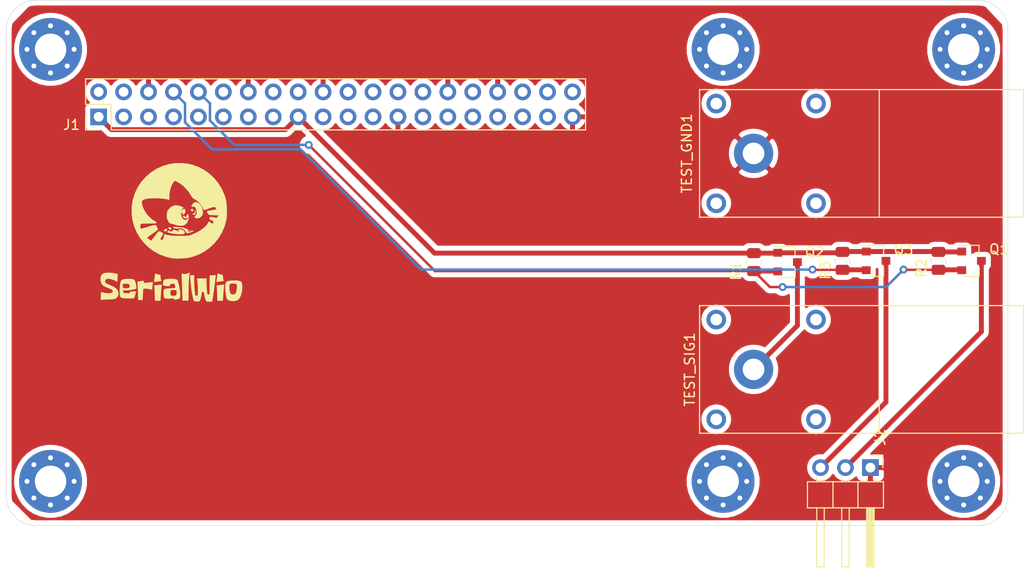
<source format=kicad_pcb>
(kicad_pcb (version 20171130) (host pcbnew 5.1.9+dfsg1-1~bpo10+1)

  (general
    (thickness 1.6)
    (drawings 9)
    (tracks 56)
    (zones 0)
    (modules 18)
    (nets 36)
  )

  (page A4)
  (layers
    (0 F.Cu signal)
    (31 B.Cu signal)
    (32 B.Adhes user)
    (33 F.Adhes user)
    (34 B.Paste user)
    (35 F.Paste user)
    (36 B.SilkS user)
    (37 F.SilkS user)
    (38 B.Mask user)
    (39 F.Mask user)
    (40 Dwgs.User user)
    (41 Cmts.User user)
    (42 Eco1.User user)
    (43 Eco2.User user)
    (44 Edge.Cuts user)
    (45 Margin user)
    (46 B.CrtYd user)
    (47 F.CrtYd user)
    (48 B.Fab user)
    (49 F.Fab user)
  )

  (setup
    (last_trace_width 0.25)
    (user_trace_width 0.5)
    (trace_clearance 0.2)
    (zone_clearance 0.508)
    (zone_45_only no)
    (trace_min 0.2)
    (via_size 0.8)
    (via_drill 0.4)
    (via_min_size 0.4)
    (via_min_drill 0.3)
    (uvia_size 0.3)
    (uvia_drill 0.1)
    (uvias_allowed no)
    (uvia_min_size 0.2)
    (uvia_min_drill 0.1)
    (edge_width 0.05)
    (segment_width 0.2)
    (pcb_text_width 0.3)
    (pcb_text_size 1.5 1.5)
    (mod_edge_width 0.12)
    (mod_text_size 1 1)
    (mod_text_width 0.15)
    (pad_size 6.4 6.4)
    (pad_drill 3.2)
    (pad_to_mask_clearance 0)
    (aux_axis_origin 74.93 55.88)
    (grid_origin 74.93 55.88)
    (visible_elements FFFFFF7F)
    (pcbplotparams
      (layerselection 0x010fc_ffffffff)
      (usegerberextensions true)
      (usegerberattributes false)
      (usegerberadvancedattributes false)
      (creategerberjobfile false)
      (excludeedgelayer true)
      (linewidth 0.100000)
      (plotframeref false)
      (viasonmask false)
      (mode 1)
      (useauxorigin false)
      (hpglpennumber 1)
      (hpglpenspeed 20)
      (hpglpendiameter 15.000000)
      (psnegative false)
      (psa4output false)
      (plotreference true)
      (plotvalue false)
      (plotinvisibletext false)
      (padsonsilk false)
      (subtractmaskfromsilk true)
      (outputformat 1)
      (mirror false)
      (drillshape 0)
      (scaleselection 1)
      (outputdirectory "serial-wio-v1/"))
  )

  (net 0 "")
  (net 1 "Net-(J1-Pad40)")
  (net 2 GND)
  (net 3 "Net-(J1-Pad38)")
  (net 4 "Net-(J1-Pad37)")
  (net 5 "Net-(J1-Pad36)")
  (net 6 "Net-(J1-Pad35)")
  (net 7 "Net-(J1-Pad33)")
  (net 8 "Net-(J1-Pad32)")
  (net 9 "Net-(J1-Pad31)")
  (net 10 "Net-(J1-Pad29)")
  (net 11 "Net-(J1-Pad28)")
  (net 12 "Net-(J1-Pad27)")
  (net 13 "Net-(J1-Pad26)")
  (net 14 "Net-(J1-Pad24)")
  (net 15 "Net-(J1-Pad23)")
  (net 16 "Net-(J1-Pad22)")
  (net 17 "Net-(J1-Pad21)")
  (net 18 "Net-(J1-Pad19)")
  (net 19 "Net-(J1-Pad18)")
  (net 20 +3V3)
  (net 21 "Net-(J1-Pad16)")
  (net 22 "Net-(J1-Pad15)")
  (net 23 "Net-(J1-Pad13)")
  (net 24 "Net-(J1-Pad12)")
  (net 25 "Net-(J1-Pad11)")
  (net 26 /UART_RXD)
  (net 27 /UART_TXD)
  (net 28 "Net-(J1-Pad7)")
  (net 29 "Net-(J1-Pad5)")
  (net 30 "Net-(J1-Pad4)")
  (net 31 "Net-(J1-Pad3)")
  (net 32 "Net-(J1-Pad2)")
  (net 33 "Net-(Q2-Pad3)")
  (net 34 "Net-(J2-Pad3)")
  (net 35 "Net-(J2-Pad2)")

  (net_class Default "This is the default net class."
    (clearance 0.2)
    (trace_width 0.25)
    (via_dia 0.8)
    (via_drill 0.4)
    (uvia_dia 0.3)
    (uvia_drill 0.1)
    (add_net +3V3)
    (add_net /UART_RXD)
    (add_net /UART_TXD)
    (add_net GND)
    (add_net "Net-(J1-Pad11)")
    (add_net "Net-(J1-Pad12)")
    (add_net "Net-(J1-Pad13)")
    (add_net "Net-(J1-Pad15)")
    (add_net "Net-(J1-Pad16)")
    (add_net "Net-(J1-Pad18)")
    (add_net "Net-(J1-Pad19)")
    (add_net "Net-(J1-Pad2)")
    (add_net "Net-(J1-Pad21)")
    (add_net "Net-(J1-Pad22)")
    (add_net "Net-(J1-Pad23)")
    (add_net "Net-(J1-Pad24)")
    (add_net "Net-(J1-Pad26)")
    (add_net "Net-(J1-Pad27)")
    (add_net "Net-(J1-Pad28)")
    (add_net "Net-(J1-Pad29)")
    (add_net "Net-(J1-Pad3)")
    (add_net "Net-(J1-Pad31)")
    (add_net "Net-(J1-Pad32)")
    (add_net "Net-(J1-Pad33)")
    (add_net "Net-(J1-Pad35)")
    (add_net "Net-(J1-Pad36)")
    (add_net "Net-(J1-Pad37)")
    (add_net "Net-(J1-Pad38)")
    (add_net "Net-(J1-Pad4)")
    (add_net "Net-(J1-Pad40)")
    (add_net "Net-(J1-Pad5)")
    (add_net "Net-(J1-Pad7)")
    (add_net "Net-(J2-Pad2)")
    (add_net "Net-(J2-Pad3)")
    (add_net "Net-(Q2-Pad3)")
  )

  (module Resistor_SMD:R_0805_2012Metric (layer F.Cu) (tedit 5F68FEEE) (tstamp 62409A0E)
    (at 164.084 82.423 270)
    (descr "Resistor SMD 0805 (2012 Metric), square (rectangular) end terminal, IPC_7351 nominal, (Body size source: IPC-SM-782 page 72, https://www.pcb-3d.com/wordpress/wp-content/uploads/ipc-sm-782a_amendment_1_and_2.pdf), generated with kicad-footprint-generator")
    (tags resistor)
    (path /624580B8)
    (attr smd)
    (fp_text reference R3 (at 0.9415 1.729 270) (layer F.SilkS)
      (effects (font (size 1 1) (thickness 0.15)))
    )
    (fp_text value 10k (at 0 1.65 90) (layer F.Fab)
      (effects (font (size 1 1) (thickness 0.15)))
    )
    (fp_line (start 1.68 0.95) (end -1.68 0.95) (layer F.CrtYd) (width 0.05))
    (fp_line (start 1.68 -0.95) (end 1.68 0.95) (layer F.CrtYd) (width 0.05))
    (fp_line (start -1.68 -0.95) (end 1.68 -0.95) (layer F.CrtYd) (width 0.05))
    (fp_line (start -1.68 0.95) (end -1.68 -0.95) (layer F.CrtYd) (width 0.05))
    (fp_line (start -0.227064 0.735) (end 0.227064 0.735) (layer F.SilkS) (width 0.12))
    (fp_line (start -0.227064 -0.735) (end 0.227064 -0.735) (layer F.SilkS) (width 0.12))
    (fp_line (start 1 0.625) (end -1 0.625) (layer F.Fab) (width 0.1))
    (fp_line (start 1 -0.625) (end 1 0.625) (layer F.Fab) (width 0.1))
    (fp_line (start -1 -0.625) (end 1 -0.625) (layer F.Fab) (width 0.1))
    (fp_line (start -1 0.625) (end -1 -0.625) (layer F.Fab) (width 0.1))
    (fp_text user %R (at 0 0 90) (layer F.Fab)
      (effects (font (size 0.5 0.5) (thickness 0.08)))
    )
    (pad 2 smd roundrect (at 0.9125 0 270) (size 1.025 1.4) (layers F.Cu F.Paste F.Mask) (roundrect_rratio 0.2439014634146341)
      (net 27 /UART_TXD))
    (pad 1 smd roundrect (at -0.9125 0 270) (size 1.025 1.4) (layers F.Cu F.Paste F.Mask) (roundrect_rratio 0.2439014634146341)
      (net 20 +3V3))
    (model ${KISYS3DMOD}/Resistor_SMD.3dshapes/R_0805_2012Metric.wrl
      (at (xyz 0 0 0))
      (scale (xyz 1 1 1))
      (rotate (xyz 0 0 0))
    )
  )

  (module Resistor_SMD:R_0805_2012Metric (layer F.Cu) (tedit 5F68FEEE) (tstamp 62409A44)
    (at 173.863 82.423 270)
    (descr "Resistor SMD 0805 (2012 Metric), square (rectangular) end terminal, IPC_7351 nominal, (Body size source: IPC-SM-782 page 72, https://www.pcb-3d.com/wordpress/wp-content/uploads/ipc-sm-782a_amendment_1_and_2.pdf), generated with kicad-footprint-generator")
    (tags resistor)
    (path /6243E0EF)
    (attr smd)
    (fp_text reference R2 (at 0.7505 1.729 90) (layer F.SilkS)
      (effects (font (size 1 1) (thickness 0.15)))
    )
    (fp_text value 10k (at 0 1.65 90) (layer F.Fab)
      (effects (font (size 1 1) (thickness 0.15)))
    )
    (fp_line (start 1.68 0.95) (end -1.68 0.95) (layer F.CrtYd) (width 0.05))
    (fp_line (start 1.68 -0.95) (end 1.68 0.95) (layer F.CrtYd) (width 0.05))
    (fp_line (start -1.68 -0.95) (end 1.68 -0.95) (layer F.CrtYd) (width 0.05))
    (fp_line (start -1.68 0.95) (end -1.68 -0.95) (layer F.CrtYd) (width 0.05))
    (fp_line (start -0.227064 0.735) (end 0.227064 0.735) (layer F.SilkS) (width 0.12))
    (fp_line (start -0.227064 -0.735) (end 0.227064 -0.735) (layer F.SilkS) (width 0.12))
    (fp_line (start 1 0.625) (end -1 0.625) (layer F.Fab) (width 0.1))
    (fp_line (start 1 -0.625) (end 1 0.625) (layer F.Fab) (width 0.1))
    (fp_line (start -1 -0.625) (end 1 -0.625) (layer F.Fab) (width 0.1))
    (fp_line (start -1 0.625) (end -1 -0.625) (layer F.Fab) (width 0.1))
    (fp_text user %R (at 0 0 90) (layer F.Fab)
      (effects (font (size 0.5 0.5) (thickness 0.08)))
    )
    (pad 2 smd roundrect (at 0.9125 0 270) (size 1.025 1.4) (layers F.Cu F.Paste F.Mask) (roundrect_rratio 0.2439014634146341)
      (net 26 /UART_RXD))
    (pad 1 smd roundrect (at -0.9125 0 270) (size 1.025 1.4) (layers F.Cu F.Paste F.Mask) (roundrect_rratio 0.2439014634146341)
      (net 20 +3V3))
    (model ${KISYS3DMOD}/Resistor_SMD.3dshapes/R_0805_2012Metric.wrl
      (at (xyz 0 0 0))
      (scale (xyz 1 1 1))
      (rotate (xyz 0 0 0))
    )
  )

  (module Resistor_SMD:R_0805_2012Metric (layer F.Cu) (tedit 5F68FEEE) (tstamp 62409A7A)
    (at 155.067 82.55 270)
    (descr "Resistor SMD 0805 (2012 Metric), square (rectangular) end terminal, IPC_7351 nominal, (Body size source: IPC-SM-782 page 72, https://www.pcb-3d.com/wordpress/wp-content/uploads/ipc-sm-782a_amendment_1_and_2.pdf), generated with kicad-footprint-generator")
    (tags resistor)
    (path /62457446)
    (attr smd)
    (fp_text reference R1 (at 0.8987 1.829 90) (layer F.SilkS)
      (effects (font (size 1 1) (thickness 0.15)))
    )
    (fp_text value 10k (at 0 1.65 90) (layer F.Fab)
      (effects (font (size 1 1) (thickness 0.15)))
    )
    (fp_line (start 1.68 0.95) (end -1.68 0.95) (layer F.CrtYd) (width 0.05))
    (fp_line (start 1.68 -0.95) (end 1.68 0.95) (layer F.CrtYd) (width 0.05))
    (fp_line (start -1.68 -0.95) (end 1.68 -0.95) (layer F.CrtYd) (width 0.05))
    (fp_line (start -1.68 0.95) (end -1.68 -0.95) (layer F.CrtYd) (width 0.05))
    (fp_line (start -0.227064 0.735) (end 0.227064 0.735) (layer F.SilkS) (width 0.12))
    (fp_line (start -0.227064 -0.735) (end 0.227064 -0.735) (layer F.SilkS) (width 0.12))
    (fp_line (start 1 0.625) (end -1 0.625) (layer F.Fab) (width 0.1))
    (fp_line (start 1 -0.625) (end 1 0.625) (layer F.Fab) (width 0.1))
    (fp_line (start -1 -0.625) (end 1 -0.625) (layer F.Fab) (width 0.1))
    (fp_line (start -1 0.625) (end -1 -0.625) (layer F.Fab) (width 0.1))
    (fp_text user %R (at 0 0 90) (layer F.Fab)
      (effects (font (size 0.5 0.5) (thickness 0.08)))
    )
    (pad 2 smd roundrect (at 0.9125 0 270) (size 1.025 1.4) (layers F.Cu F.Paste F.Mask) (roundrect_rratio 0.2439014634146341)
      (net 26 /UART_RXD))
    (pad 1 smd roundrect (at -0.9125 0 270) (size 1.025 1.4) (layers F.Cu F.Paste F.Mask) (roundrect_rratio 0.2439014634146341)
      (net 20 +3V3))
    (model ${KISYS3DMOD}/Resistor_SMD.3dshapes/R_0805_2012Metric.wrl
      (at (xyz 0 0 0))
      (scale (xyz 1 1 1))
      (rotate (xyz 0 0 0))
    )
  )

  (module Package_TO_SOT_SMD:SOT-23 (layer F.Cu) (tedit 5A02FF57) (tstamp 624099AF)
    (at 167.513 82.423)
    (descr "SOT-23, Standard")
    (tags SOT-23)
    (path /62454A08)
    (attr smd)
    (fp_text reference Q3 (at 2.796 -1.1112) (layer F.SilkS)
      (effects (font (size 1 1) (thickness 0.15)))
    )
    (fp_text value MMBF170 (at 0 2.5) (layer F.Fab)
      (effects (font (size 1 1) (thickness 0.15)))
    )
    (fp_line (start 0.76 1.58) (end -0.7 1.58) (layer F.SilkS) (width 0.12))
    (fp_line (start 0.76 -1.58) (end -1.4 -1.58) (layer F.SilkS) (width 0.12))
    (fp_line (start -1.7 1.75) (end -1.7 -1.75) (layer F.CrtYd) (width 0.05))
    (fp_line (start 1.7 1.75) (end -1.7 1.75) (layer F.CrtYd) (width 0.05))
    (fp_line (start 1.7 -1.75) (end 1.7 1.75) (layer F.CrtYd) (width 0.05))
    (fp_line (start -1.7 -1.75) (end 1.7 -1.75) (layer F.CrtYd) (width 0.05))
    (fp_line (start 0.76 -1.58) (end 0.76 -0.65) (layer F.SilkS) (width 0.12))
    (fp_line (start 0.76 1.58) (end 0.76 0.65) (layer F.SilkS) (width 0.12))
    (fp_line (start -0.7 1.52) (end 0.7 1.52) (layer F.Fab) (width 0.1))
    (fp_line (start 0.7 -1.52) (end 0.7 1.52) (layer F.Fab) (width 0.1))
    (fp_line (start -0.7 -0.95) (end -0.15 -1.52) (layer F.Fab) (width 0.1))
    (fp_line (start -0.15 -1.52) (end 0.7 -1.52) (layer F.Fab) (width 0.1))
    (fp_line (start -0.7 -0.95) (end -0.7 1.5) (layer F.Fab) (width 0.1))
    (fp_text user %R (at 0 0 90) (layer F.Fab)
      (effects (font (size 0.5 0.5) (thickness 0.075)))
    )
    (pad 3 smd rect (at 1 0) (size 0.9 0.8) (layers F.Cu F.Paste F.Mask)
      (net 34 "Net-(J2-Pad3)"))
    (pad 2 smd rect (at -1 0.95) (size 0.9 0.8) (layers F.Cu F.Paste F.Mask)
      (net 27 /UART_TXD))
    (pad 1 smd rect (at -1 -0.95) (size 0.9 0.8) (layers F.Cu F.Paste F.Mask)
      (net 20 +3V3))
    (model ${KISYS3DMOD}/Package_TO_SOT_SMD.3dshapes/SOT-23.wrl
      (at (xyz 0 0 0))
      (scale (xyz 1 1 1))
      (rotate (xyz 0 0 0))
    )
  )

  (module Package_TO_SOT_SMD:SOT-23 (layer F.Cu) (tedit 5A02FF57) (tstamp 6240996D)
    (at 177.234 82.423)
    (descr "SOT-23, Standard")
    (tags SOT-23)
    (path /62428D3D)
    (attr smd)
    (fp_text reference Q1 (at 2.796 -1.1768) (layer F.SilkS)
      (effects (font (size 1 1) (thickness 0.15)))
    )
    (fp_text value MMBF170 (at 0 2.5) (layer F.Fab)
      (effects (font (size 1 1) (thickness 0.15)))
    )
    (fp_line (start 0.76 1.58) (end -0.7 1.58) (layer F.SilkS) (width 0.12))
    (fp_line (start 0.76 -1.58) (end -1.4 -1.58) (layer F.SilkS) (width 0.12))
    (fp_line (start -1.7 1.75) (end -1.7 -1.75) (layer F.CrtYd) (width 0.05))
    (fp_line (start 1.7 1.75) (end -1.7 1.75) (layer F.CrtYd) (width 0.05))
    (fp_line (start 1.7 -1.75) (end 1.7 1.75) (layer F.CrtYd) (width 0.05))
    (fp_line (start -1.7 -1.75) (end 1.7 -1.75) (layer F.CrtYd) (width 0.05))
    (fp_line (start 0.76 -1.58) (end 0.76 -0.65) (layer F.SilkS) (width 0.12))
    (fp_line (start 0.76 1.58) (end 0.76 0.65) (layer F.SilkS) (width 0.12))
    (fp_line (start -0.7 1.52) (end 0.7 1.52) (layer F.Fab) (width 0.1))
    (fp_line (start 0.7 -1.52) (end 0.7 1.52) (layer F.Fab) (width 0.1))
    (fp_line (start -0.7 -0.95) (end -0.15 -1.52) (layer F.Fab) (width 0.1))
    (fp_line (start -0.15 -1.52) (end 0.7 -1.52) (layer F.Fab) (width 0.1))
    (fp_line (start -0.7 -0.95) (end -0.7 1.5) (layer F.Fab) (width 0.1))
    (fp_text user %R (at 0 0 90) (layer F.Fab)
      (effects (font (size 0.5 0.5) (thickness 0.075)))
    )
    (pad 3 smd rect (at 1 0) (size 0.9 0.8) (layers F.Cu F.Paste F.Mask)
      (net 35 "Net-(J2-Pad2)"))
    (pad 2 smd rect (at -1 0.95) (size 0.9 0.8) (layers F.Cu F.Paste F.Mask)
      (net 26 /UART_RXD))
    (pad 1 smd rect (at -1 -0.95) (size 0.9 0.8) (layers F.Cu F.Paste F.Mask)
      (net 20 +3V3))
    (model ${KISYS3DMOD}/Package_TO_SOT_SMD.3dshapes/SOT-23.wrl
      (at (xyz 0 0 0))
      (scale (xyz 1 1 1))
      (rotate (xyz 0 0 0))
    )
  )

  (module MountingHole:MountingHole_3.2mm_M3_Pad_Via (layer F.Cu) (tedit 56DDBCCA) (tstamp 62408021)
    (at 176.43 104.88)
    (descr "Mounting Hole 3.2mm, M3")
    (tags "mounting hole 3.2mm m3")
    (path /62418969)
    (attr virtual)
    (fp_text reference H6 (at 0 -4.2) (layer F.SilkS) hide
      (effects (font (size 1 1) (thickness 0.15)))
    )
    (fp_text value MountingHole (at 0 4.2) (layer F.Fab)
      (effects (font (size 1 1) (thickness 0.15)))
    )
    (fp_circle (center 0 0) (end 3.45 0) (layer F.CrtYd) (width 0.05))
    (fp_circle (center 0 0) (end 3.2 0) (layer Cmts.User) (width 0.15))
    (fp_text user %R (at 0.3 0) (layer F.Fab)
      (effects (font (size 1 1) (thickness 0.15)))
    )
    (pad 1 thru_hole circle (at 1.697056 -1.697056) (size 0.8 0.8) (drill 0.5) (layers *.Cu *.Mask))
    (pad 1 thru_hole circle (at 0 -2.4) (size 0.8 0.8) (drill 0.5) (layers *.Cu *.Mask))
    (pad 1 thru_hole circle (at -1.697056 -1.697056) (size 0.8 0.8) (drill 0.5) (layers *.Cu *.Mask))
    (pad 1 thru_hole circle (at -2.4 0) (size 0.8 0.8) (drill 0.5) (layers *.Cu *.Mask))
    (pad 1 thru_hole circle (at -1.697056 1.697056) (size 0.8 0.8) (drill 0.5) (layers *.Cu *.Mask))
    (pad 1 thru_hole circle (at 0 2.4) (size 0.8 0.8) (drill 0.5) (layers *.Cu *.Mask))
    (pad 1 thru_hole circle (at 1.697056 1.697056) (size 0.8 0.8) (drill 0.5) (layers *.Cu *.Mask))
    (pad 1 thru_hole circle (at 2.4 0) (size 0.8 0.8) (drill 0.5) (layers *.Cu *.Mask))
    (pad 1 thru_hole circle (at 0 0) (size 6.4 6.4) (drill 3.2) (layers *.Cu *.Mask))
  )

  (module MountingHole:MountingHole_3.2mm_M3_Pad_Via (layer F.Cu) (tedit 56DDBCCA) (tstamp 62408011)
    (at 151.93 104.88)
    (descr "Mounting Hole 3.2mm, M3")
    (tags "mounting hole 3.2mm m3")
    (path /6240AC73)
    (attr virtual)
    (fp_text reference H5 (at 0 -4.2) (layer F.SilkS) hide
      (effects (font (size 1 1) (thickness 0.15)))
    )
    (fp_text value MountingHole (at 0 4.2) (layer F.Fab)
      (effects (font (size 1 1) (thickness 0.15)))
    )
    (fp_circle (center 0 0) (end 3.45 0) (layer F.CrtYd) (width 0.05))
    (fp_circle (center 0 0) (end 3.2 0) (layer Cmts.User) (width 0.15))
    (fp_text user %R (at 0.3 0) (layer F.Fab)
      (effects (font (size 1 1) (thickness 0.15)))
    )
    (pad 1 thru_hole circle (at 1.697056 -1.697056) (size 0.8 0.8) (drill 0.5) (layers *.Cu *.Mask))
    (pad 1 thru_hole circle (at 0 -2.4) (size 0.8 0.8) (drill 0.5) (layers *.Cu *.Mask))
    (pad 1 thru_hole circle (at -1.697056 -1.697056) (size 0.8 0.8) (drill 0.5) (layers *.Cu *.Mask))
    (pad 1 thru_hole circle (at -2.4 0) (size 0.8 0.8) (drill 0.5) (layers *.Cu *.Mask))
    (pad 1 thru_hole circle (at -1.697056 1.697056) (size 0.8 0.8) (drill 0.5) (layers *.Cu *.Mask))
    (pad 1 thru_hole circle (at 0 2.4) (size 0.8 0.8) (drill 0.5) (layers *.Cu *.Mask))
    (pad 1 thru_hole circle (at 1.697056 1.697056) (size 0.8 0.8) (drill 0.5) (layers *.Cu *.Mask))
    (pad 1 thru_hole circle (at 2.4 0) (size 0.8 0.8) (drill 0.5) (layers *.Cu *.Mask))
    (pad 1 thru_hole circle (at 0 0) (size 6.4 6.4) (drill 3.2) (layers *.Cu *.Mask))
  )

  (module MountingHole:MountingHole_3.2mm_M3_Pad_Via (layer F.Cu) (tedit 56DDBCCA) (tstamp 62408001)
    (at 83.43 104.88)
    (descr "Mounting Hole 3.2mm, M3")
    (tags "mounting hole 3.2mm m3")
    (path /6240B7E8)
    (attr virtual)
    (fp_text reference H4 (at 0 -4.2) (layer F.SilkS) hide
      (effects (font (size 1 1) (thickness 0.15)))
    )
    (fp_text value MountingHole (at 0 4.2) (layer F.Fab)
      (effects (font (size 1 1) (thickness 0.15)))
    )
    (fp_circle (center 0 0) (end 3.45 0) (layer F.CrtYd) (width 0.05))
    (fp_circle (center 0 0) (end 3.2 0) (layer Cmts.User) (width 0.15))
    (fp_text user %R (at 0.3 0) (layer F.Fab)
      (effects (font (size 1 1) (thickness 0.15)))
    )
    (pad 1 thru_hole circle (at 1.697056 -1.697056) (size 0.8 0.8) (drill 0.5) (layers *.Cu *.Mask))
    (pad 1 thru_hole circle (at 0 -2.4) (size 0.8 0.8) (drill 0.5) (layers *.Cu *.Mask))
    (pad 1 thru_hole circle (at -1.697056 -1.697056) (size 0.8 0.8) (drill 0.5) (layers *.Cu *.Mask))
    (pad 1 thru_hole circle (at -2.4 0) (size 0.8 0.8) (drill 0.5) (layers *.Cu *.Mask))
    (pad 1 thru_hole circle (at -1.697056 1.697056) (size 0.8 0.8) (drill 0.5) (layers *.Cu *.Mask))
    (pad 1 thru_hole circle (at 0 2.4) (size 0.8 0.8) (drill 0.5) (layers *.Cu *.Mask))
    (pad 1 thru_hole circle (at 1.697056 1.697056) (size 0.8 0.8) (drill 0.5) (layers *.Cu *.Mask))
    (pad 1 thru_hole circle (at 2.4 0) (size 0.8 0.8) (drill 0.5) (layers *.Cu *.Mask))
    (pad 1 thru_hole circle (at 0 0) (size 6.4 6.4) (drill 3.2) (layers *.Cu *.Mask))
  )

  (module MountingHole:MountingHole_3.2mm_M3_Pad_Via (layer F.Cu) (tedit 56DDBCCA) (tstamp 62407FF1)
    (at 83.43 60.88)
    (descr "Mounting Hole 3.2mm, M3")
    (tags "mounting hole 3.2mm m3")
    (path /6240B200)
    (attr virtual)
    (fp_text reference H3 (at 0 -4.2) (layer F.SilkS) hide
      (effects (font (size 1 1) (thickness 0.15)))
    )
    (fp_text value MountingHole (at 0 4.2) (layer F.Fab)
      (effects (font (size 1 1) (thickness 0.15)))
    )
    (fp_circle (center 0 0) (end 3.45 0) (layer F.CrtYd) (width 0.05))
    (fp_circle (center 0 0) (end 3.2 0) (layer Cmts.User) (width 0.15))
    (fp_text user %R (at 0.3 0) (layer F.Fab)
      (effects (font (size 1 1) (thickness 0.15)))
    )
    (pad 1 thru_hole circle (at 1.697056 -1.697056) (size 0.8 0.8) (drill 0.5) (layers *.Cu *.Mask))
    (pad 1 thru_hole circle (at 0 -2.4) (size 0.8 0.8) (drill 0.5) (layers *.Cu *.Mask))
    (pad 1 thru_hole circle (at -1.697056 -1.697056) (size 0.8 0.8) (drill 0.5) (layers *.Cu *.Mask))
    (pad 1 thru_hole circle (at -2.4 0) (size 0.8 0.8) (drill 0.5) (layers *.Cu *.Mask))
    (pad 1 thru_hole circle (at -1.697056 1.697056) (size 0.8 0.8) (drill 0.5) (layers *.Cu *.Mask))
    (pad 1 thru_hole circle (at 0 2.4) (size 0.8 0.8) (drill 0.5) (layers *.Cu *.Mask))
    (pad 1 thru_hole circle (at 1.697056 1.697056) (size 0.8 0.8) (drill 0.5) (layers *.Cu *.Mask))
    (pad 1 thru_hole circle (at 2.4 0) (size 0.8 0.8) (drill 0.5) (layers *.Cu *.Mask))
    (pad 1 thru_hole circle (at 0 0) (size 6.4 6.4) (drill 3.2) (layers *.Cu *.Mask))
  )

  (module MountingHole:MountingHole_3.2mm_M3_Pad_Via (layer F.Cu) (tedit 56DDBCCA) (tstamp 62407FE1)
    (at 151.93 60.88)
    (descr "Mounting Hole 3.2mm, M3")
    (tags "mounting hole 3.2mm m3")
    (path /6240A9F5)
    (attr virtual)
    (fp_text reference H2 (at 0 -4.2) (layer F.SilkS) hide
      (effects (font (size 1 1) (thickness 0.15)))
    )
    (fp_text value MountingHole (at 0 4.2) (layer F.Fab)
      (effects (font (size 1 1) (thickness 0.15)))
    )
    (fp_circle (center 0 0) (end 3.45 0) (layer F.CrtYd) (width 0.05))
    (fp_circle (center 0 0) (end 3.2 0) (layer Cmts.User) (width 0.15))
    (fp_text user %R (at 0.3 0) (layer F.Fab)
      (effects (font (size 1 1) (thickness 0.15)))
    )
    (pad 1 thru_hole circle (at 1.697056 -1.697056) (size 0.8 0.8) (drill 0.5) (layers *.Cu *.Mask))
    (pad 1 thru_hole circle (at 0 -2.4) (size 0.8 0.8) (drill 0.5) (layers *.Cu *.Mask))
    (pad 1 thru_hole circle (at -1.697056 -1.697056) (size 0.8 0.8) (drill 0.5) (layers *.Cu *.Mask))
    (pad 1 thru_hole circle (at -2.4 0) (size 0.8 0.8) (drill 0.5) (layers *.Cu *.Mask))
    (pad 1 thru_hole circle (at -1.697056 1.697056) (size 0.8 0.8) (drill 0.5) (layers *.Cu *.Mask))
    (pad 1 thru_hole circle (at 0 2.4) (size 0.8 0.8) (drill 0.5) (layers *.Cu *.Mask))
    (pad 1 thru_hole circle (at 1.697056 1.697056) (size 0.8 0.8) (drill 0.5) (layers *.Cu *.Mask))
    (pad 1 thru_hole circle (at 2.4 0) (size 0.8 0.8) (drill 0.5) (layers *.Cu *.Mask))
    (pad 1 thru_hole circle (at 0 0) (size 6.4 6.4) (drill 3.2) (layers *.Cu *.Mask))
  )

  (module MountingHole:MountingHole_3.2mm_M3_Pad_Via (layer F.Cu) (tedit 56DDBCCA) (tstamp 62407FD1)
    (at 176.43 60.88)
    (descr "Mounting Hole 3.2mm, M3")
    (tags "mounting hole 3.2mm m3")
    (path /6240971A)
    (attr virtual)
    (fp_text reference H1 (at 0 -4.2) (layer F.SilkS) hide
      (effects (font (size 1 1) (thickness 0.15)))
    )
    (fp_text value MountingHole (at 0 4.2) (layer F.Fab)
      (effects (font (size 1 1) (thickness 0.15)))
    )
    (fp_circle (center 0 0) (end 3.45 0) (layer F.CrtYd) (width 0.05))
    (fp_circle (center 0 0) (end 3.2 0) (layer Cmts.User) (width 0.15))
    (fp_text user %R (at 0.3 0) (layer F.Fab)
      (effects (font (size 1 1) (thickness 0.15)))
    )
    (pad 1 thru_hole circle (at 1.697056 -1.697056) (size 0.8 0.8) (drill 0.5) (layers *.Cu *.Mask))
    (pad 1 thru_hole circle (at 0 -2.4) (size 0.8 0.8) (drill 0.5) (layers *.Cu *.Mask))
    (pad 1 thru_hole circle (at -1.697056 -1.697056) (size 0.8 0.8) (drill 0.5) (layers *.Cu *.Mask))
    (pad 1 thru_hole circle (at -2.4 0) (size 0.8 0.8) (drill 0.5) (layers *.Cu *.Mask))
    (pad 1 thru_hole circle (at -1.697056 1.697056) (size 0.8 0.8) (drill 0.5) (layers *.Cu *.Mask))
    (pad 1 thru_hole circle (at 0 2.4) (size 0.8 0.8) (drill 0.5) (layers *.Cu *.Mask))
    (pad 1 thru_hole circle (at 1.697056 1.697056) (size 0.8 0.8) (drill 0.5) (layers *.Cu *.Mask))
    (pad 1 thru_hole circle (at 2.4 0) (size 0.8 0.8) (drill 0.5) (layers *.Cu *.Mask))
    (pad 1 thru_hole circle (at 0 0) (size 6.4 6.4) (drill 3.2) (layers *.Cu *.Mask))
  )

  (module serial-wio-fp:4mm-test-conn-socket (layer F.Cu) (tedit 623E52F7) (tstamp 62409AC5)
    (at 155.03 93.48 270)
    (path /623F3830)
    (fp_text reference TEST_SIG1 (at 0 6.5 90) (layer F.SilkS)
      (effects (font (size 1 1) (thickness 0.15)))
    )
    (fp_text value Conn_01x01_Female (at 0 -14.5) (layer F.Fab)
      (effects (font (size 1 1) (thickness 0.15)))
    )
    (fp_line (start -6.5 -27.5) (end 6.5 -27.5) (layer F.SilkS) (width 0.12))
    (fp_line (start 6.5 -12.8) (end 6.5 -27.5) (layer F.SilkS) (width 0.12))
    (fp_line (start -6.5 -12.8) (end -6.5 -27.5) (layer F.SilkS) (width 0.12))
    (fp_line (start -6.5 -12.8) (end 6.5 -12.8) (layer F.SilkS) (width 0.12))
    (fp_line (start 6.5 5.5) (end 6.5 -12.8) (layer F.SilkS) (width 0.12))
    (fp_line (start -6.5 5.5) (end -6.5 -12.8) (layer F.SilkS) (width 0.12))
    (fp_line (start 0 5.5) (end -6.5 5.5) (layer F.SilkS) (width 0.12))
    (fp_line (start 0 5.5) (end 6.5 5.5) (layer F.SilkS) (width 0.12))
    (pad "" thru_hole circle (at 5.08 3.8 270) (size 2 2) (drill 1.2) (layers *.Cu *.Mask))
    (pad "" thru_hole circle (at -5.08 3.8 270) (size 2 2) (drill 1.2) (layers *.Cu *.Mask))
    (pad "" thru_hole circle (at 5.08 -6.36 270) (size 2 2) (drill 1.2) (layers *.Cu *.Mask))
    (pad "" thru_hole circle (at -5.08 -6.36 270) (size 2 2) (drill 1.2) (layers *.Cu *.Mask))
    (pad 1 thru_hole circle (at 0 0 270) (size 4 4) (drill 2.2) (layers *.Cu *.Mask)
      (net 33 "Net-(Q2-Pad3)"))
    (model ./3d/4mm-test-conn-socket-red.step
      (offset (xyz -6 13.5 0))
      (scale (xyz 1 1 1))
      (rotate (xyz 0 0 0))
    )
  )

  (module serial-wio-fp:4mm-test-conn-socket (layer F.Cu) (tedit 623E52F7) (tstamp 623EB3E9)
    (at 155.03 71.48 270)
    (path /623F3093)
    (fp_text reference TEST_GND1 (at 0 6.8 90) (layer F.SilkS)
      (effects (font (size 1 1) (thickness 0.15)))
    )
    (fp_text value Conn_01x01_Female (at 0 -14.5) (layer F.Fab)
      (effects (font (size 1 1) (thickness 0.15)))
    )
    (fp_line (start -6.5 -27.5) (end 6.5 -27.5) (layer F.SilkS) (width 0.12))
    (fp_line (start 6.5 -12.8) (end 6.5 -27.5) (layer F.SilkS) (width 0.12))
    (fp_line (start -6.5 -12.8) (end -6.5 -27.5) (layer F.SilkS) (width 0.12))
    (fp_line (start -6.5 -12.8) (end 6.5 -12.8) (layer F.SilkS) (width 0.12))
    (fp_line (start 6.5 5.5) (end 6.5 -12.8) (layer F.SilkS) (width 0.12))
    (fp_line (start -6.5 5.5) (end -6.5 -12.8) (layer F.SilkS) (width 0.12))
    (fp_line (start 0 5.5) (end -6.5 5.5) (layer F.SilkS) (width 0.12))
    (fp_line (start 0 5.5) (end 6.5 5.5) (layer F.SilkS) (width 0.12))
    (pad "" thru_hole circle (at 5.08 3.8 270) (size 2 2) (drill 1.2) (layers *.Cu *.Mask))
    (pad "" thru_hole circle (at -5.08 3.8 270) (size 2 2) (drill 1.2) (layers *.Cu *.Mask))
    (pad "" thru_hole circle (at 5.08 -6.36 270) (size 2 2) (drill 1.2) (layers *.Cu *.Mask))
    (pad "" thru_hole circle (at -5.08 -6.36 270) (size 2 2) (drill 1.2) (layers *.Cu *.Mask))
    (pad 1 thru_hole circle (at 0 0 270) (size 4 4) (drill 2.2) (layers *.Cu *.Mask)
      (net 2 GND))
    (model ./3d/4mm-test-conn-socket-black.step
      (offset (xyz -6 13.5 0))
      (scale (xyz 1 1 1))
      (rotate (xyz 0 0 0))
    )
  )

  (module Package_TO_SOT_SMD:SOT-23 (layer F.Cu) (tedit 5A02FF57) (tstamp 62409B08)
    (at 158.496 82.55)
    (descr "SOT-23, Standard")
    (tags SOT-23)
    (path /6240D231)
    (attr smd)
    (fp_text reference Q2 (at 2.7698 -1.0388) (layer F.SilkS)
      (effects (font (size 1 1) (thickness 0.15)))
    )
    (fp_text value MMBF170 (at 0 2.5) (layer F.Fab)
      (effects (font (size 1 1) (thickness 0.15)))
    )
    (fp_line (start 0.76 1.58) (end -0.7 1.58) (layer F.SilkS) (width 0.12))
    (fp_line (start 0.76 -1.58) (end -1.4 -1.58) (layer F.SilkS) (width 0.12))
    (fp_line (start -1.7 1.75) (end -1.7 -1.75) (layer F.CrtYd) (width 0.05))
    (fp_line (start 1.7 1.75) (end -1.7 1.75) (layer F.CrtYd) (width 0.05))
    (fp_line (start 1.7 -1.75) (end 1.7 1.75) (layer F.CrtYd) (width 0.05))
    (fp_line (start -1.7 -1.75) (end 1.7 -1.75) (layer F.CrtYd) (width 0.05))
    (fp_line (start 0.76 -1.58) (end 0.76 -0.65) (layer F.SilkS) (width 0.12))
    (fp_line (start 0.76 1.58) (end 0.76 0.65) (layer F.SilkS) (width 0.12))
    (fp_line (start -0.7 1.52) (end 0.7 1.52) (layer F.Fab) (width 0.1))
    (fp_line (start 0.7 -1.52) (end 0.7 1.52) (layer F.Fab) (width 0.1))
    (fp_line (start -0.7 -0.95) (end -0.15 -1.52) (layer F.Fab) (width 0.1))
    (fp_line (start -0.15 -1.52) (end 0.7 -1.52) (layer F.Fab) (width 0.1))
    (fp_line (start -0.7 -0.95) (end -0.7 1.5) (layer F.Fab) (width 0.1))
    (fp_text user %R (at 0 0 90) (layer F.Fab)
      (effects (font (size 0.5 0.5) (thickness 0.075)))
    )
    (pad 3 smd rect (at 1 0) (size 0.9 0.8) (layers F.Cu F.Paste F.Mask)
      (net 33 "Net-(Q2-Pad3)"))
    (pad 2 smd rect (at -1 0.95) (size 0.9 0.8) (layers F.Cu F.Paste F.Mask)
      (net 26 /UART_RXD))
    (pad 1 smd rect (at -1 -0.95) (size 0.9 0.8) (layers F.Cu F.Paste F.Mask)
      (net 20 +3V3))
    (model ${KISYS3DMOD}/Package_TO_SOT_SMD.3dshapes/SOT-23.wrl
      (at (xyz 0 0 0))
      (scale (xyz 1 1 1))
      (rotate (xyz 0 0 0))
    )
  )

  (module Connector_PinHeader_2.54mm:PinHeader_1x03_P2.54mm_Horizontal (layer F.Cu) (tedit 59FED5CB) (tstamp 623B2B52)
    (at 166.93 103.48 270)
    (descr "Through hole angled pin header, 1x03, 2.54mm pitch, 6mm pin length, single row")
    (tags "Through hole angled pin header THT 1x03 2.54mm single row")
    (path /62359750)
    (fp_text reference J2 (at -3.1 -1 90) (layer F.SilkS)
      (effects (font (size 1 1) (thickness 0.15)))
    )
    (fp_text value Conn_01x03_Male (at 4.385 7.35 90) (layer F.Fab)
      (effects (font (size 1 1) (thickness 0.15)))
    )
    (fp_line (start 2.135 -1.27) (end 4.04 -1.27) (layer F.Fab) (width 0.1))
    (fp_line (start 4.04 -1.27) (end 4.04 6.35) (layer F.Fab) (width 0.1))
    (fp_line (start 4.04 6.35) (end 1.5 6.35) (layer F.Fab) (width 0.1))
    (fp_line (start 1.5 6.35) (end 1.5 -0.635) (layer F.Fab) (width 0.1))
    (fp_line (start 1.5 -0.635) (end 2.135 -1.27) (layer F.Fab) (width 0.1))
    (fp_line (start -0.32 -0.32) (end 1.5 -0.32) (layer F.Fab) (width 0.1))
    (fp_line (start -0.32 -0.32) (end -0.32 0.32) (layer F.Fab) (width 0.1))
    (fp_line (start -0.32 0.32) (end 1.5 0.32) (layer F.Fab) (width 0.1))
    (fp_line (start 4.04 -0.32) (end 10.04 -0.32) (layer F.Fab) (width 0.1))
    (fp_line (start 10.04 -0.32) (end 10.04 0.32) (layer F.Fab) (width 0.1))
    (fp_line (start 4.04 0.32) (end 10.04 0.32) (layer F.Fab) (width 0.1))
    (fp_line (start -0.32 2.22) (end 1.5 2.22) (layer F.Fab) (width 0.1))
    (fp_line (start -0.32 2.22) (end -0.32 2.86) (layer F.Fab) (width 0.1))
    (fp_line (start -0.32 2.86) (end 1.5 2.86) (layer F.Fab) (width 0.1))
    (fp_line (start 4.04 2.22) (end 10.04 2.22) (layer F.Fab) (width 0.1))
    (fp_line (start 10.04 2.22) (end 10.04 2.86) (layer F.Fab) (width 0.1))
    (fp_line (start 4.04 2.86) (end 10.04 2.86) (layer F.Fab) (width 0.1))
    (fp_line (start -0.32 4.76) (end 1.5 4.76) (layer F.Fab) (width 0.1))
    (fp_line (start -0.32 4.76) (end -0.32 5.4) (layer F.Fab) (width 0.1))
    (fp_line (start -0.32 5.4) (end 1.5 5.4) (layer F.Fab) (width 0.1))
    (fp_line (start 4.04 4.76) (end 10.04 4.76) (layer F.Fab) (width 0.1))
    (fp_line (start 10.04 4.76) (end 10.04 5.4) (layer F.Fab) (width 0.1))
    (fp_line (start 4.04 5.4) (end 10.04 5.4) (layer F.Fab) (width 0.1))
    (fp_line (start 1.44 -1.33) (end 1.44 6.41) (layer F.SilkS) (width 0.12))
    (fp_line (start 1.44 6.41) (end 4.1 6.41) (layer F.SilkS) (width 0.12))
    (fp_line (start 4.1 6.41) (end 4.1 -1.33) (layer F.SilkS) (width 0.12))
    (fp_line (start 4.1 -1.33) (end 1.44 -1.33) (layer F.SilkS) (width 0.12))
    (fp_line (start 4.1 -0.38) (end 10.1 -0.38) (layer F.SilkS) (width 0.12))
    (fp_line (start 10.1 -0.38) (end 10.1 0.38) (layer F.SilkS) (width 0.12))
    (fp_line (start 10.1 0.38) (end 4.1 0.38) (layer F.SilkS) (width 0.12))
    (fp_line (start 4.1 -0.32) (end 10.1 -0.32) (layer F.SilkS) (width 0.12))
    (fp_line (start 4.1 -0.2) (end 10.1 -0.2) (layer F.SilkS) (width 0.12))
    (fp_line (start 4.1 -0.08) (end 10.1 -0.08) (layer F.SilkS) (width 0.12))
    (fp_line (start 4.1 0.04) (end 10.1 0.04) (layer F.SilkS) (width 0.12))
    (fp_line (start 4.1 0.16) (end 10.1 0.16) (layer F.SilkS) (width 0.12))
    (fp_line (start 4.1 0.28) (end 10.1 0.28) (layer F.SilkS) (width 0.12))
    (fp_line (start 1.11 -0.38) (end 1.44 -0.38) (layer F.SilkS) (width 0.12))
    (fp_line (start 1.11 0.38) (end 1.44 0.38) (layer F.SilkS) (width 0.12))
    (fp_line (start 1.44 1.27) (end 4.1 1.27) (layer F.SilkS) (width 0.12))
    (fp_line (start 4.1 2.16) (end 10.1 2.16) (layer F.SilkS) (width 0.12))
    (fp_line (start 10.1 2.16) (end 10.1 2.92) (layer F.SilkS) (width 0.12))
    (fp_line (start 10.1 2.92) (end 4.1 2.92) (layer F.SilkS) (width 0.12))
    (fp_line (start 1.042929 2.16) (end 1.44 2.16) (layer F.SilkS) (width 0.12))
    (fp_line (start 1.042929 2.92) (end 1.44 2.92) (layer F.SilkS) (width 0.12))
    (fp_line (start 1.44 3.81) (end 4.1 3.81) (layer F.SilkS) (width 0.12))
    (fp_line (start 4.1 4.7) (end 10.1 4.7) (layer F.SilkS) (width 0.12))
    (fp_line (start 10.1 4.7) (end 10.1 5.46) (layer F.SilkS) (width 0.12))
    (fp_line (start 10.1 5.46) (end 4.1 5.46) (layer F.SilkS) (width 0.12))
    (fp_line (start 1.042929 4.7) (end 1.44 4.7) (layer F.SilkS) (width 0.12))
    (fp_line (start 1.042929 5.46) (end 1.44 5.46) (layer F.SilkS) (width 0.12))
    (fp_line (start -1.27 0) (end -1.27 -1.27) (layer F.SilkS) (width 0.12))
    (fp_line (start -1.27 -1.27) (end 0 -1.27) (layer F.SilkS) (width 0.12))
    (fp_line (start -1.8 -1.8) (end -1.8 6.85) (layer F.CrtYd) (width 0.05))
    (fp_line (start -1.8 6.85) (end 10.55 6.85) (layer F.CrtYd) (width 0.05))
    (fp_line (start 10.55 6.85) (end 10.55 -1.8) (layer F.CrtYd) (width 0.05))
    (fp_line (start 10.55 -1.8) (end -1.8 -1.8) (layer F.CrtYd) (width 0.05))
    (fp_text user %R (at -0.6 -3.4) (layer F.Fab)
      (effects (font (size 1 1) (thickness 0.15)))
    )
    (pad 3 thru_hole oval (at 0 5.08 270) (size 1.7 1.7) (drill 1) (layers *.Cu *.Mask)
      (net 34 "Net-(J2-Pad3)"))
    (pad 2 thru_hole oval (at 0 2.54 270) (size 1.7 1.7) (drill 1) (layers *.Cu *.Mask)
      (net 35 "Net-(J2-Pad2)"))
    (pad 1 thru_hole rect (at 0 0 270) (size 1.7 1.7) (drill 1) (layers *.Cu *.Mask)
      (net 2 GND))
    (model ${KISYS3DMOD}/Connector_PinHeader_2.54mm.3dshapes/PinHeader_1x03_P2.54mm_Horizontal.wrl
      (at (xyz 0 0 0))
      (scale (xyz 1 1 1))
      (rotate (xyz 0 0 0))
    )
  )

  (module label (layer F.Cu) (tedit 62313C45) (tstamp 6232303F)
    (at 95.7378 85.0892)
    (descr "Converted using: scripting")
    (tags svg2mod)
    (attr virtual)
    (fp_text reference kibuzzard-62313C45 (at 0 -1.495933) (layer F.SilkS) hide
      (effects (font (size 0.000254 0.000254) (thickness 0.000003)))
    )
    (fp_text value G*** (at 0 1.495933) (layer F.SilkS) hide
      (effects (font (size 0.000254 0.000254) (thickness 0.000003)))
    )
    (fp_poly (pts (xy 2.435225 0.854075) (xy 2.48285 0.871538) (xy 2.54 0.8763) (xy 2.6162 0.86995)
      (xy 2.670175 0.841375) (xy 2.687638 0.684213) (xy 2.695575 0.4953) (xy 2.695575 0.352425)
      (xy 2.6924 0.160338) (xy 2.682875 -0.068263) (xy 2.667 -0.320675) (xy 2.64795 -0.525463)
      (xy 2.630488 -0.671513) (xy 2.614613 -0.78105) (xy 2.59715 -0.8763) (xy 3.590925 -0.88265)
      (xy 3.584178 -0.666353) (xy 3.582988 -0.449263) (xy 3.586559 -0.234156) (xy 3.5941 -0.023813)
      (xy 3.605609 0.180181) (xy 3.621088 0.376238) (xy 3.640534 0.560784) (xy 3.66395 0.73025)
      (xy 3.751263 0.75565) (xy 3.81 0.758825) (xy 3.8862 0.7366) (xy 3.895725 -1.177925)
      (xy 4.5212 -1.216025) (xy 4.497388 -0.994966) (xy 4.4704 -0.750888) (xy 4.440634 -0.491728)
      (xy 4.408488 -0.225425) (xy 4.385733 -0.045861) (xy 4.361921 0.132997) (xy 4.33705 0.31115)
      (xy 4.299744 0.569119) (xy 4.264025 0.809625) (xy 4.229894 1.028303) (xy 4.19735 1.220788)
      (xy 4.167981 1.379141) (xy 4.143375 1.495425) (xy 3.57505 1.4859) (xy 3.47345 1.27635)
      (xy 3.432969 1.14935) (xy 3.394075 1.0033) (xy 3.34645 0.769938) (xy 3.311525 0.5334)
      (xy 3.10515 0.511175) (xy 3.087688 0.656828) (xy 3.06705 0.801688) (xy 3.04165 0.948134)
      (xy 3.0099 1.09855) (xy 2.943225 1.31445) (xy 2.86385 1.457325) (xy 2.820988 1.46685)
      (xy 2.782888 1.4732) (xy 2.733675 1.477963) (xy 2.663825 1.47955) (xy 2.434431 1.465263)
      (xy 2.286 1.4224) (xy 2.231231 1.256903) (xy 2.181225 1.058863) (xy 2.135188 0.837803)
      (xy 2.092325 0.60325) (xy 2.058988 0.392113) (xy 2.041128 0.264716) (xy 2.022475 0.127)
      (xy 2.003822 -0.019844) (xy 1.985963 -0.174625) (xy 1.968897 -0.334169) (xy 1.952625 -0.4953)
      (xy 1.935956 -0.6858) (xy 1.92405 -0.85725) (xy 1.914525 -1.021556) (xy 1.905 -1.190625)
      (xy 2.31775 -1.2192) (xy 2.319734 -1.023144) (xy 2.319338 -0.815975) (xy 2.320528 -0.594122)
      (xy 2.327275 -0.354013) (xy 2.335213 -0.182386) (xy 2.346325 0.000176) (xy 2.360613 0.193675)
      (xy 2.379486 0.399697) (xy 2.404357 0.619831) (xy 2.435225 0.854075)) (layer F.SilkS) (width 0))
    (fp_poly (pts (xy -5.46735 -1.32715) (xy -5.49275 -0.5334) (xy -5.78227 -0.669528) (xy -6.038056 -0.766763)
      (xy -6.260108 -0.825103) (xy -6.448425 -0.84455) (xy -6.621286 -0.809978) (xy -6.725003 -0.706261)
      (xy -6.759575 -0.5334) (xy -6.735763 -0.473075) (xy -6.672263 -0.409575) (xy -6.581775 -0.350838)
      (xy -6.477 -0.301625) (xy -5.9055 -0.041275) (xy -5.749528 0.052784) (xy -5.630863 0.138113)
      (xy -5.48005 0.31115) (xy -5.4102 0.490538) (xy -5.387975 0.682625) (xy -5.430838 0.90805)
      (xy -5.56895 1.095375) (xy -5.757863 1.21285) (xy -5.984875 1.25095) (xy -7.2009 1.30175)
      (xy -7.172325 0.50165) (xy -6.964759 0.553641) (xy -6.767513 0.595313) (xy -6.578997 0.622697)
      (xy -6.397625 0.631825) (xy -6.209109 0.617934) (xy -6.069013 0.576263) (xy -5.953125 0.42545)
      (xy -6.019006 0.3048) (xy -6.21665 0.1905) (xy -6.346825 0.138113) (xy -6.477 0.0889)
      (xy -6.606381 0.038894) (xy -6.734175 -0.015875) (xy -6.919383 -0.116064) (xy -7.051675 -0.226131)
      (xy -7.13105 -0.346075) (xy -7.205663 -0.582613) (xy -7.2263 -0.81915) (xy -7.207647 -1.013619)
      (xy -7.151688 -1.171575) (xy -7.061597 -1.2954) (xy -6.94055 -1.387475) (xy -6.726238 -1.446213)
      (xy -6.597253 -1.461691) (xy -6.448425 -1.46685) (xy -6.198394 -1.458913) (xy -5.94995 -1.4351)
      (xy -5.705475 -1.392238) (xy -5.46735 -1.32715)) (layer F.SilkS) (width 0))
    (fp_poly (pts (xy 1.31445 -1.330325) (xy 1.452959 -1.340644) (xy 1.589088 -1.3716) (xy 1.733153 -1.423194)
      (xy 1.895475 -1.495425) (xy 1.859756 -1.371203) (xy 1.8288 -1.176338) (xy 1.810808 -1.007886)
      (xy 1.794933 -0.809449) (xy 1.781175 -0.581025) (xy 1.772345 -0.390426) (xy 1.764903 -0.183753)
      (xy 1.758851 0.038993) (xy 1.754188 0.277813) (xy 1.75133 0.48006) (xy 1.749108 0.691833)
      (xy 1.74752 0.91313) (xy 1.746568 1.143953) (xy 1.74625 1.3843) (xy 1.133475 1.3843)
      (xy 1.03505 -1.397) (xy 1.160463 -1.347788) (xy 1.31445 -1.330325)) (layer F.SilkS) (width 0))
    (fp_poly (pts (xy -0.879475 -0.200025) (xy -0.866775 -0.27305) (xy -0.8509 -0.37465) (xy -0.830263 -0.519113)
      (xy -0.803275 -0.7239) (xy -0.703263 -0.766763) (xy -0.523875 -0.80645) (xy -0.274638 -0.8382)
      (xy -0.0381 -0.84455) (xy 0.179388 -0.837803) (xy 0.3556 -0.817563) (xy 0.60325 -0.74295)
      (xy 0.638175 -0.671513) (xy 0.677863 -0.561975) (xy 0.7239 -0.40005) (xy 0.777875 -0.17145)
      (xy 0.836216 0.114102) (xy 0.877888 0.370681) (xy 0.902891 0.598289) (xy 0.911225 0.796925)
      (xy 0.887413 1.052513) (xy 0.8001 1.190625) (xy 0.64135 1.235075) (xy 0.483394 1.260475)
      (xy 0.269875 1.285875) (xy 0.2159 1.1557) (xy -0.31115 1.1938) (xy -0.600869 1.171575)
      (xy -0.739775 1.1049) (xy -0.765969 1.023938) (xy -0.7874 0.8509) (xy -0.8001 0.64135)
      (xy -0.803275 0.4445) (xy -0.765175 0.254) (xy -0.71755 0.2159) (xy -0.619125 0.180975)
      (xy -0.06985 0.81915) (xy 0.003175 0.874713) (xy 0.1778 0.89535) (xy 0.377031 0.8763)
      (xy 0.479425 0.81915) (xy 0.522288 0.70485) (xy 0.536575 0.50165) (xy 0.530225 0.4191)
      (xy 0.51435 0.37465) (xy 0.479425 0.344488) (xy 0.384175 0.314325) (xy 0.271463 0.300038)
      (xy 0.15875 0.29845) (xy 0.014288 0.319088) (xy -0.0635 0.3556) (xy -0.0889 0.423863)
      (xy -0.098425 0.56515) (xy -0.06985 0.81915) (xy -0.619125 0.180975) (xy -0.460375 0.1524)
      (xy -0.231775 0.130175) (xy 0 0.115888) (xy 0.1905 0.103188) (xy 0.325438 0.087313)
      (xy 0.3937 0.0635) (xy 0.388938 -0.04445) (xy 0.3683 -0.14605) (xy 0.33655 -0.231775)
      (xy 0.295275 -0.314325) (xy 0.263525 -0.338138) (xy 0.20955 -0.346075) (xy 0.061913 -0.322263)
      (xy -0.174625 -0.254) (xy -0.1524 -0.1016) (xy -0.217488 -0.087313) (xy -0.301625 -0.085725)
      (xy -0.473075 -0.093663) (xy -0.6731 -0.127) (xy -0.822325 -0.173038) (xy -0.879475 -0.200025)) (layer F.SilkS) (width 0))
    (fp_poly (pts (xy 5.584825 -0.511175) (xy 5.953125 -0.2921) (xy 5.916613 -0.182563) (xy 5.902325 -0.00635)
      (xy 5.913438 0.231775) (xy 5.94995 0.454025) (xy 6.003925 0.631825) (xy 6.067425 0.708025)
      (xy 6.3119 0.752475) (xy 6.494463 0.70485) (xy 6.581775 0.5588) (xy 6.634956 0.346869)
      (xy 6.66115 0.161925) (xy 6.67385 -0.098425) (xy 6.653213 -0.252412) (xy 6.569075 -0.320675)
      (xy 6.448425 -0.346075) (xy 6.3119 -0.354013) (xy 6.176963 -0.352425) (xy 6.0579 -0.346075)
      (xy 5.980113 -0.32385) (xy 5.953125 -0.2921) (xy 5.584825 -0.511175) (xy 5.70865 -0.587772)
      (xy 5.876925 -0.633413) (xy 6.08965 -0.658416) (xy 6.346825 -0.6731) (xy 6.537325 -0.677863)
      (xy 6.72465 -0.663575) (xy 6.94055 -0.6223) (xy 7.064375 -0.581025) (xy 7.154333 -0.473075)
      (xy 7.208308 -0.288925) (xy 7.2263 -0.028575) (xy 7.220744 0.151209) (xy 7.204075 0.328613)
      (xy 7.1755 0.505222) (xy 7.134225 0.682625) (xy 7.077869 0.860822) (xy 7.01675 1.008063)
      (xy 6.880225 1.222375) (xy 6.721475 1.342319) (xy 6.516158 1.414286) (xy 6.264275 1.438275)
      (xy 6.056313 1.423988) (xy 5.8674 1.374775) (xy 5.729288 1.303338) (xy 5.661025 1.222375)
      (xy 5.6134 1.084086) (xy 5.567892 0.902053) (xy 5.5245 0.676275) (xy 5.500688 0.482997)
      (xy 5.4864 0.303213) (xy 5.479256 0.133747) (xy 5.476875 -0.028575) (xy 5.483622 -0.202406)
      (xy 5.503863 -0.3429) (xy 5.584825 -0.511175)) (layer F.SilkS) (width 0))
    (fp_poly (pts (xy -5.114925 -0.676275) (xy -4.943475 -0.28575) (xy -4.956175 -0.19685) (xy -4.956175 -0.112713)
      (xy -4.949825 -0.028575) (xy -4.90855 0.08255) (xy -4.71805 0.123825) (xy -4.56565 0.12065)
      (xy -4.429125 0.104775) (xy -4.313238 0.065088) (xy -4.257675 0.015875) (xy -4.246563 -0.042863)
      (xy -4.244975 -0.13335) (xy -4.2799 -0.263525) (xy -4.42595 -0.3175) (xy -4.567238 -0.331788)
      (xy -4.683125 -0.33655) (xy -4.865688 -0.32385) (xy -4.943475 -0.28575) (xy -5.114925 -0.676275)
      (xy -4.997097 -0.766233) (xy -4.779081 -0.820208) (xy -4.460875 -0.8382) (xy -4.24815 -0.833834)
      (xy -4.067175 -0.820738) (xy -3.918744 -0.796528) (xy -3.80365 -0.758825) (xy -3.703638 -0.623094)
      (xy -3.61315 -0.3302) (xy -3.570288 -0.071438) (xy -3.556 0.12065) (xy -3.556 0.1397)
      (xy -3.635375 0.188913) (xy -3.745706 0.223441) (xy -3.90525 0.26035) (xy -4.112419 0.29845)
      (xy -4.314825 0.32385) (xy -4.512469 0.338138) (xy -4.70535 0.3429) (xy -4.9149 0.3302)
      (xy -4.9149 0.38735) (xy -4.899025 0.506413) (xy -4.848225 0.60325) (xy -4.391025 0.631825)
      (xy -4.244975 0.635) (xy -4.23545 0.61595) (xy -4.244975 0.555625) (xy -4.257675 0.498475)
      (xy -4.005262 0.460375) (xy -3.873897 0.443706) (xy -3.724275 0.43815) (xy -3.633788 0.442913)
      (xy -3.5814 0.454025) (xy -3.79095 1.146175) (xy -3.98145 1.1557) (xy -4.445 1.1684)
      (xy -4.733925 1.159669) (xy -4.953 1.133475) (xy -5.103813 1.086644) (xy -5.18795 1.016)
      (xy -5.233811 0.903111) (xy -5.261328 0.704144) (xy -5.2705 0.4191) (xy -5.267722 0.249634)
      (xy -5.259388 0.084138) (xy -5.246291 -0.078184) (xy -5.229225 -0.238125) (xy -5.178425 -0.51435)
      (xy -5.114925 -0.676275)) (layer F.SilkS) (width 0))
    (fp_poly (pts (xy -1.8796 -0.508) (xy -1.908175 -0.246063) (xy -1.931194 -0.021034) (xy -1.96215 0.269875)
      (xy -2.160984 0.23495) (xy -2.338388 0.200025) (xy -2.495153 0.173831) (xy -2.632075 0.1651)
      (xy -2.78765 0.176213) (xy -2.86385 0.212725) (xy -2.92735 1.330325) (xy -3.3782 1.330325)
      (xy -3.457575 -0.561975) (xy -2.797175 -0.64135) (xy -2.809875 -0.415925) (xy -1.8796 -0.508)) (layer F.SilkS) (width 0))
    (fp_poly (pts (xy -0.974725 -0.24765) (xy -0.995892 -0.10354) (xy -1.017058 0.091722) (xy -1.038225 0.338138)
      (xy -1.054298 0.557113) (xy -1.070769 0.806053) (xy -1.087636 1.084957) (xy -1.1049 1.393825)
      (xy -1.673225 1.393825) (xy -1.7399 -0.17145) (xy -0.974725 -0.24765)) (layer F.SilkS) (width 0))
    (fp_poly (pts (xy 5.381625 -0.24765) (xy 5.360458 -0.10354) (xy 5.339292 0.091722) (xy 5.318125 0.338138)
      (xy 5.302052 0.557113) (xy 5.285581 0.806053) (xy 5.268714 1.084957) (xy 5.25145 1.393825)
      (xy 4.683125 1.393825) (xy 4.61645 -0.17145) (xy 5.381625 -0.24765)) (layer F.SilkS) (width 0))
    (fp_poly (pts (xy -1.11125 -1.2192) (xy -1.114425 -1.158875) (xy -1.1049 -1.025525) (xy -1.076325 -0.841375)
      (xy -1.0287 -0.606425) (xy -1.78435 -0.51435) (xy -1.745721 -0.756885) (xy -1.7145 -0.959556)
      (xy -1.690688 -1.122363) (xy -1.666875 -1.37795) (xy -1.11125 -1.2192)) (layer F.SilkS) (width 0))
    (fp_poly (pts (xy 5.2451 -1.2192) (xy 5.241925 -1.158875) (xy 5.25145 -1.025525) (xy 5.280025 -0.841375)
      (xy 5.32765 -0.606425) (xy 4.572 -0.51435) (xy 4.610629 -0.756885) (xy 4.64185 -0.959556)
      (xy 4.665663 -1.122363) (xy 4.689475 -1.37795) (xy 5.2451 -1.2192)) (layer F.SilkS) (width 0))
  )

  (module serial-wio-fp:cat (layer F.Cu) (tedit 0) (tstamp 62322166)
    (at 97.2618 77.4692)
    (fp_text reference G*** (at 0 0) (layer F.SilkS) hide
      (effects (font (size 1.524 1.524) (thickness 0.3)))
    )
    (fp_text value LOGO (at 0.75 0) (layer F.SilkS) hide
      (effects (font (size 1.524 1.524) (thickness 0.3)))
    )
    (fp_poly (pts (xy 0.229915 -4.924036) (xy 0.603901 -4.835709) (xy 1.236042 -4.60983) (xy 1.827129 -4.297707)
      (xy 2.369544 -3.907134) (xy 2.855664 -3.445905) (xy 3.27787 -2.921812) (xy 3.628541 -2.34265)
      (xy 3.900057 -1.716213) (xy 4.014775 -1.347347) (xy 4.070637 -1.064703) (xy 4.109527 -0.714433)
      (xy 4.130664 -0.327396) (xy 4.133269 0.065553) (xy 4.116561 0.433556) (xy 4.079758 0.745758)
      (xy 4.069163 0.802533) (xy 3.884975 1.467616) (xy 3.613923 2.091175) (xy 3.262795 2.666145)
      (xy 2.83838 3.185462) (xy 2.347467 3.642062) (xy 1.796843 4.028879) (xy 1.193299 4.338849)
      (xy 0.543622 4.564908) (xy 0.424165 4.595687) (xy 0.135019 4.649886) (xy -0.212562 4.68983)
      (xy -0.584674 4.713802) (xy -0.947412 4.720082) (xy -1.266871 4.706953) (xy -1.422201 4.689272)
      (xy -2.094637 4.536866) (xy -2.726689 4.297579) (xy -3.312075 3.978326) (xy -3.844512 3.586021)
      (xy -4.317719 3.127581) (xy -4.725414 2.609921) (xy -5.061314 2.039955) (xy -5.286124 1.503393)
      (xy -4.691425 1.503393) (xy -4.668486 1.620564) (xy -4.625523 1.674927) (xy -4.555532 1.669269)
      (xy -4.411836 1.635675) (xy -4.214803 1.579551) (xy -3.984797 1.506301) (xy -3.964325 1.49944)
      (xy -3.72126 1.42177) (xy -3.498366 1.357981) (xy -3.320135 1.314608) (xy -3.21106 1.298189)
      (xy -3.210154 1.298181) (xy -3.094763 1.31242) (xy -3.038973 1.376376) (xy -3.019183 1.446579)
      (xy -2.982034 1.561355) (xy -2.940365 1.624181) (xy -2.893724 1.68001) (xy -2.912411 1.756022)
      (xy -3.002093 1.858539) (xy -3.168441 1.993885) (xy -3.417121 2.168382) (xy -3.444959 2.187041)
      (xy -3.647855 2.325433) (xy -3.816708 2.445973) (xy -3.936053 2.537215) (xy -3.990425 2.587714)
      (xy -3.992142 2.591979) (xy -3.955101 2.637947) (xy -3.864771 2.713965) (xy -3.752345 2.796942)
      (xy -3.649014 2.863787) (xy -3.587813 2.891303) (xy -3.547695 2.854931) (xy -3.46249 2.754171)
      (xy -3.345634 2.605481) (xy -3.240036 2.465305) (xy -3.066907 2.234844) (xy -2.937749 2.077136)
      (xy -2.838699 1.983595) (xy -2.755891 1.945637) (xy -2.675461 1.954678) (xy -2.583546 2.002131)
      (xy -2.538761 2.031067) (xy -2.4242 2.112939) (xy -2.354966 2.174109) (xy -2.345597 2.189834)
      (xy -2.3712 2.245326) (xy -2.436777 2.355036) (xy -2.495089 2.445187) (xy -2.602832 2.626661)
      (xy -2.642631 2.743606) (xy -2.613586 2.792994) (xy -2.598974 2.794499) (xy -2.51491 2.81096)
      (xy -2.47687 2.823772) (xy -2.425778 2.816959) (xy -2.37815 2.743626) (xy -2.324822 2.588759)
      (xy -2.316973 2.561788) (xy -2.271124 2.40611) (xy -2.236296 2.295272) (xy -2.221854 2.257073)
      (xy -2.171592 2.261428) (xy -2.049998 2.285495) (xy -1.882419 2.324206) (xy -1.866175 2.32818)
      (xy -1.685215 2.364107) (xy -1.4699 2.389236) (xy -1.201722 2.404861) (xy -0.862174 2.412277)
      (xy -0.648723 2.41332) (xy -0.332365 2.412975) (xy -0.095702 2.40983) (xy 0.081372 2.401435)
      (xy 0.218965 2.385338) (xy 0.337183 2.35909) (xy 0.456136 2.320241) (xy 0.595928 2.266339)
      (xy 0.612992 2.259565) (xy 1.017893 2.07801) (xy 1.385978 1.872714) (xy 1.703859 1.653486)
      (xy 1.958144 1.430141) (xy 2.135444 1.212488) (xy 2.194487 1.100714) (xy 2.257922 0.985871)
      (xy 2.329698 0.957433) (xy 2.429125 1.013686) (xy 2.496165 1.07392) (xy 2.585473 1.154167)
      (xy 2.639673 1.169504) (xy 2.695568 1.12423) (xy 2.717865 1.099807) (xy 2.771234 0.996207)
      (xy 2.729404 0.905337) (xy 2.590515 0.824442) (xy 2.513197 0.796171) (xy 2.39704 0.74584)
      (xy 2.354255 0.681149) (xy 2.355008 0.606486) (xy 2.37269 0.524988) (xy 2.419778 0.48971)
      (xy 2.525304 0.486383) (xy 2.590364 0.4908) (xy 2.760387 0.512787) (xy 2.909972 0.546677)
      (xy 2.939344 0.556559) (xy 3.036271 0.578307) (xy 3.114715 0.542607) (xy 3.189499 0.464973)
      (xy 3.310704 0.324362) (xy 2.804909 0.299411) (xy 2.299115 0.27446) (xy 2.172627 0.102698)
      (xy 2.108654 0.007976) (xy 2.088473 -0.05898) (xy 2.1237 -0.106394) (xy 2.225952 -0.14249)
      (xy 2.406846 -0.175491) (xy 2.605579 -0.203768) (xy 2.800221 -0.235189) (xy 2.950502 -0.268627)
      (xy 3.034094 -0.298684) (xy 3.044008 -0.309778) (xy 3.022388 -0.386951) (xy 2.989809 -0.457144)
      (xy 2.930938 -0.515556) (xy 2.830044 -0.533343) (xy 2.675224 -0.508807) (xy 2.454572 -0.44025)
      (xy 2.203779 -0.345069) (xy 2.026929 -0.279293) (xy 1.885937 -0.235596) (xy 1.80582 -0.221491)
      (xy 1.798418 -0.223349) (xy 1.757308 -0.278003) (xy 1.689763 -0.395816) (xy 1.622696 -0.526619)
      (xy 1.39831 -0.877877) (xy 1.103701 -1.158261) (xy 0.867166 -1.306269) (xy 0.727071 -1.389095)
      (xy 0.620138 -1.483022) (xy 0.521663 -1.615057) (xy 0.410749 -1.805287) (xy 0.205215 -2.116284)
      (xy -0.060605 -2.426394) (xy -0.360436 -2.709695) (xy -0.668 -2.940263) (xy -0.84138 -3.040529)
      (xy -1.158792 -3.200728) (xy -1.272988 -3.093446) (xy -1.401293 -2.92465) (xy -1.51892 -2.682125)
      (xy -1.61855 -2.391892) (xy -1.692862 -2.07997) (xy -1.734538 -1.772378) (xy -1.736256 -1.495135)
      (xy -1.732766 -1.4591) (xy -1.725534 -1.317057) (xy -1.747328 -1.262316) (xy -1.766096 -1.263511)
      (xy -1.969923 -1.319016) (xy -2.248912 -1.363479) (xy -2.578934 -1.39594) (xy -2.935859 -1.415444)
      (xy -3.295556 -1.421033) (xy -3.633896 -1.411748) (xy -3.926749 -1.386633) (xy -4.104387 -1.356292)
      (xy -4.321484 -1.295334) (xy -4.454204 -1.2222) (xy -4.517829 -1.119292) (xy -4.527639 -0.969016)
      (xy -4.518349 -0.879602) (xy -4.42177 -0.498508) (xy -4.237681 -0.113836) (xy -3.976 0.256351)
      (xy -3.774372 0.475373) (xy -3.598932 0.637014) (xy -3.427682 0.775986) (xy -3.285448 0.872967)
      (xy -3.225431 0.90258) (xy -3.089301 0.975724) (xy -3.044008 1.057962) (xy -3.051348 1.09266)
      (xy -3.083179 1.117098) (xy -3.154215 1.133049) (xy -3.279172 1.142289) (xy -3.472764 1.146592)
      (xy -3.749706 1.147732) (xy -3.788453 1.147741) (xy -4.056198 1.149699) (xy -4.292241 1.155086)
      (xy -4.476755 1.163173) (xy -4.589913 1.17323) (xy -4.611833 1.178031) (xy -4.662019 1.242963)
      (xy -4.688909 1.364471) (xy -4.691425 1.503393) (xy -5.286124 1.503393) (xy -5.319138 1.424599)
      (xy -5.492603 0.770768) (xy -5.573581 0.119508) (xy -5.565053 -0.575442) (xy -5.460237 -1.24974)
      (xy -5.261643 -1.896866) (xy -4.971781 -2.510296) (xy -4.593161 -3.083509) (xy -4.144363 -3.594042)
      (xy -3.620951 -4.047152) (xy -3.04883 -4.416449) (xy -2.436927 -4.699599) (xy -1.794172 -4.894268)
      (xy -1.129494 -4.99812) (xy -0.451822 -5.008821) (xy 0.229915 -4.924036)) (layer F.SilkS) (width 0.01))
    (fp_poly (pts (xy -0.404613 1.785326) (xy -0.281747 1.868934) (xy -0.173499 2.001865) (xy -0.161698 2.11037)
      (xy -0.246229 2.193923) (xy -0.362997 2.224145) (xy -0.55272 2.238484) (xy -0.789952 2.237742)
      (xy -1.049248 2.222721) (xy -1.305164 2.194224) (xy -1.530687 2.153416) (xy -1.744681 2.100575)
      (xy -1.87337 2.056915) (xy -1.929747 2.01432) (xy -1.9268 1.964677) (xy -1.898359 1.923739)
      (xy -1.844985 1.878603) (xy -1.776433 1.884772) (xy -1.682144 1.928725) (xy -1.574388 1.977451)
      (xy -1.508748 1.970302) (xy -1.440355 1.90033) (xy -1.43194 1.889985) (xy -1.341013 1.811155)
      (xy -1.230397 1.79292) (xy -1.078432 1.835825) (xy -0.935952 1.902482) (xy -0.822169 1.950613)
      (xy -0.755646 1.959571) (xy -0.748527 1.950129) (xy -0.784892 1.88165) (xy -0.799243 1.870814)
      (xy -0.835251 1.819656) (xy -0.787783 1.775873) (xy -0.673123 1.749782) (xy -0.603163 1.746562)
      (xy -0.404613 1.785326)) (layer F.SilkS) (width 0.01))
    (fp_poly (pts (xy -1.008601 1.505681) (xy -0.808196 1.517252) (xy -0.603463 1.536145) (xy -0.41805 1.560891)
      (xy -0.275608 1.590021) (xy -0.249509 1.597808) (xy -0.03896 1.669568) (xy 0.093537 1.723707)
      (xy 0.165639 1.77089) (xy 0.195005 1.821782) (xy 0.199607 1.869054) (xy 0.21605 1.982053)
      (xy 0.273912 2.013846) (xy 0.385991 1.968955) (xy 0.421881 1.947581) (xy 0.586763 1.880123)
      (xy 0.695482 1.880987) (xy 0.743124 1.902012) (xy 0.726314 1.930487) (xy 0.634157 1.974325)
      (xy 0.493338 2.027791) (xy 0.277466 2.102128) (xy 0.133062 2.135107) (xy 0.039835 2.124623)
      (xy -0.022506 2.068569) (xy -0.072498 1.96906) (xy -0.19412 1.798179) (xy -0.378642 1.680349)
      (xy -0.597757 1.628097) (xy -0.799921 1.647161) (xy -0.953678 1.666948) (xy -1.114346 1.655145)
      (xy -1.251616 1.618262) (xy -1.335177 1.562807) (xy -1.347348 1.529599) (xy -1.301826 1.510385)
      (xy -1.181027 1.502903) (xy -1.008601 1.505681)) (layer F.SilkS) (width 0.01))
    (fp_poly (pts (xy -1.982865 1.699949) (xy -1.947279 1.734087) (xy -1.9757 1.797204) (xy -2.03579 1.885076)
      (xy -2.106876 1.960688) (xy -2.168749 1.960705) (xy -2.219928 1.927902) (xy -2.284711 1.863366)
      (xy -2.268046 1.800026) (xy -2.250061 1.776913) (xy -2.173733 1.726173) (xy -2.071495 1.698655)
      (xy -1.982865 1.699949)) (layer F.SilkS) (width 0.01))
    (fp_poly (pts (xy 0.397764 1.834438) (xy 0.399214 1.846366) (xy 0.36124 1.894818) (xy 0.349312 1.896268)
      (xy 0.30086 1.858294) (xy 0.29941 1.846366) (xy 0.337384 1.797914) (xy 0.349312 1.796464)
      (xy 0.397764 1.834438)) (layer F.SilkS) (width 0.01))
    (fp_poly (pts (xy -1.58967 1.560382) (xy -1.55053 1.617459) (xy -1.546955 1.67171) (xy -1.574384 1.771791)
      (xy -1.646198 1.789761) (xy -1.746694 1.723194) (xy -1.763779 1.705207) (xy -1.834944 1.609894)
      (xy -1.821172 1.561737) (xy -1.716682 1.547106) (xy -1.69666 1.546955) (xy -1.58967 1.560382)) (layer F.SilkS) (width 0.01))
    (fp_poly (pts (xy -0.734714 -0.66433) (xy -0.562301 -0.601223) (xy -0.301222 -0.487506) (xy -0.40012 -0.361778)
      (xy -0.469461 -0.257957) (xy -0.499006 -0.182626) (xy -0.499018 -0.181773) (xy -0.47585 -0.176276)
      (xy -0.421336 -0.238405) (xy -0.323614 -0.325411) (xy -0.219509 -0.344711) (xy -0.141117 -0.292781)
      (xy -0.130094 -0.270378) (xy -0.097732 -0.093705) (xy -0.128736 0.067094) (xy -0.20774 0.169746)
      (xy -0.304328 0.219408) (xy -0.375686 0.198301) (xy -0.442914 0.09553) (xy -0.471412 0.033607)
      (xy -0.540778 -0.124754) (xy -0.544663 0.124755) (xy -0.515089 0.369265) (xy -0.426142 0.573468)
      (xy -0.289491 0.714809) (xy -0.221287 0.749771) (xy -0.089232 0.791012) (xy -0.002013 0.781173)
      (xy 0.08514 0.713123) (xy 0.099803 0.698625) (xy 0.171931 0.608975) (xy 0.198619 0.542771)
      (xy 0.178518 0.520938) (xy 0.110278 0.5644) (xy 0.108349 0.566137) (xy -0.03204 0.640335)
      (xy -0.17108 0.62449) (xy -0.27163 0.537816) (xy -0.329488 0.442236) (xy -0.349313 0.388111)
      (xy -0.31555 0.350486) (xy -0.233996 0.369354) (xy -0.138113 0.434657) (xy -0.062544 0.489843)
      (xy -0.015897 0.472705) (xy 0.002282 0.447132) (xy 0.04421 0.332104) (xy 0.049137 0.286936)
      (xy 0.074299 0.210552) (xy 0.132263 0.215345) (xy 0.197851 0.29613) (xy 0.24352 0.476177)
      (xy 0.224717 0.693699) (xy 0.150882 0.919104) (xy 0.031453 1.1228) (xy -0.111609 1.266341)
      (xy -0.308835 1.353909) (xy -0.56666 1.383302) (xy -0.864513 1.35442) (xy -1.169937 1.271449)
      (xy -1.355681 1.210186) (xy -1.516752 1.165942) (xy -1.619859 1.147801) (xy -1.623368 1.147741)
      (xy -1.702238 1.119884) (xy -1.783339 1.025918) (xy -1.86882 0.873847) (xy -1.945895 0.705458)
      (xy -1.984446 0.561826) (xy -1.993514 0.396178) (xy -1.988021 0.257044) (xy -1.968441 0.048737)
      (xy -1.930348 -0.098594) (xy -1.862059 -0.223545) (xy -1.828615 -0.269455) (xy -1.593016 -0.512963)
      (xy -1.33163 -0.660085) (xy -1.045262 -0.710611) (xy -0.734714 -0.66433)) (layer F.SilkS) (width 0.01))
    (fp_poly (pts (xy 1.098274 -1.007401) (xy 1.295956 -0.889553) (xy 1.373964 -0.818386) (xy 1.521497 -0.614097)
      (xy 1.629215 -0.354362) (xy 1.683693 -0.079985) (xy 1.681023 0.114751) (xy 1.613057 0.318164)
      (xy 1.48245 0.482217) (xy 1.311389 0.591826) (xy 1.122062 0.631905) (xy 0.965715 0.601044)
      (xy 0.853858 0.534769) (xy 0.838164 0.461078) (xy 0.916476 0.364713) (xy 0.93055 0.352236)
      (xy 1.00295 0.278801) (xy 1.038249 0.199228) (xy 1.04543 0.079568) (xy 1.037992 -0.053814)
      (xy 0.993612 -0.300716) (xy 0.905292 -0.475642) (xy 0.779482 -0.570159) (xy 0.636467 -0.578904)
      (xy 0.538258 -0.567844) (xy 0.506522 -0.597539) (xy 0.538333 -0.682844) (xy 0.596337 -0.782768)
      (xy 0.742938 -0.953755) (xy 0.912093 -1.028717) (xy 1.098274 -1.007401)) (layer F.SilkS) (width 0.01))
    (fp_poly (pts (xy 0.903754 -0.181197) (xy 0.919385 -0.130222) (xy 0.93544 0.012904) (xy 0.911862 0.15552)
      (xy 0.857877 0.258633) (xy 0.821508 0.283482) (xy 0.745656 0.267636) (xy 0.709229 0.240153)
      (xy 0.652599 0.157343) (xy 0.674647 0.115796) (xy 0.745539 0.123807) (xy 0.80733 0.130129)
      (xy 0.840158 0.083182) (xy 0.857604 -0.038971) (xy 0.859328 -0.059962) (xy 0.87111 -0.188352)
      (xy 0.883442 -0.225867) (xy 0.903754 -0.181197)) (layer F.SilkS) (width 0.01))
    (fp_poly (pts (xy 0.693513 -0.250479) (xy 0.698624 -0.199607) (xy 0.672605 -0.097379) (xy 0.595441 -0.080805)
      (xy 0.535378 -0.106389) (xy 0.459725 -0.185411) (xy 0.465246 -0.270175) (xy 0.528471 -0.319184)
      (xy 0.637681 -0.326241) (xy 0.693513 -0.250479)) (layer F.SilkS) (width 0.01))
  )

  (module Connector_PinHeader_2.54mm:PinHeader_2x20_P2.54mm_Vertical (layer F.Cu) (tedit 59FED5CC) (tstamp 6231B85C)
    (at 88.33 67.755 90)
    (descr "Through hole straight pin header, 2x20, 2.54mm pitch, double rows")
    (tags "Through hole pin header THT 2x20 2.54mm double row")
    (path /62313230)
    (fp_text reference J1 (at -0.8128 -2.7686 180) (layer F.SilkS)
      (effects (font (size 1 1) (thickness 0.15)))
    )
    (fp_text value Raspberry_Pi_2_3 (at 0.9652 51.3334 90) (layer F.Fab)
      (effects (font (size 1 1) (thickness 0.15)))
    )
    (fp_line (start 4.35 -1.8) (end -1.8 -1.8) (layer F.CrtYd) (width 0.05))
    (fp_line (start 4.35 50.05) (end 4.35 -1.8) (layer F.CrtYd) (width 0.05))
    (fp_line (start -1.8 50.05) (end 4.35 50.05) (layer F.CrtYd) (width 0.05))
    (fp_line (start -1.8 -1.8) (end -1.8 50.05) (layer F.CrtYd) (width 0.05))
    (fp_line (start -1.33 -1.33) (end 0 -1.33) (layer F.SilkS) (width 0.12))
    (fp_line (start -1.33 0) (end -1.33 -1.33) (layer F.SilkS) (width 0.12))
    (fp_line (start 1.27 -1.33) (end 3.87 -1.33) (layer F.SilkS) (width 0.12))
    (fp_line (start 1.27 1.27) (end 1.27 -1.33) (layer F.SilkS) (width 0.12))
    (fp_line (start -1.33 1.27) (end 1.27 1.27) (layer F.SilkS) (width 0.12))
    (fp_line (start 3.87 -1.33) (end 3.87 49.59) (layer F.SilkS) (width 0.12))
    (fp_line (start -1.33 1.27) (end -1.33 49.59) (layer F.SilkS) (width 0.12))
    (fp_line (start -1.33 49.59) (end 3.87 49.59) (layer F.SilkS) (width 0.12))
    (fp_line (start -1.27 0) (end 0 -1.27) (layer F.Fab) (width 0.1))
    (fp_line (start -1.27 49.53) (end -1.27 0) (layer F.Fab) (width 0.1))
    (fp_line (start 3.81 49.53) (end -1.27 49.53) (layer F.Fab) (width 0.1))
    (fp_line (start 3.81 -1.27) (end 3.81 49.53) (layer F.Fab) (width 0.1))
    (fp_line (start 0 -1.27) (end 3.81 -1.27) (layer F.Fab) (width 0.1))
    (fp_text user %R (at 1.27 24.13) (layer F.Fab)
      (effects (font (size 1 1) (thickness 0.15)))
    )
    (pad 1 thru_hole rect (at 0 0 90) (size 1.7 1.7) (drill 1) (layers *.Cu *.Mask)
      (net 20 +3V3))
    (pad 2 thru_hole oval (at 2.54 0 90) (size 1.7 1.7) (drill 1) (layers *.Cu *.Mask)
      (net 32 "Net-(J1-Pad2)"))
    (pad 3 thru_hole oval (at 0 2.54 90) (size 1.7 1.7) (drill 1) (layers *.Cu *.Mask)
      (net 31 "Net-(J1-Pad3)"))
    (pad 4 thru_hole oval (at 2.54 2.54 90) (size 1.7 1.7) (drill 1) (layers *.Cu *.Mask)
      (net 30 "Net-(J1-Pad4)"))
    (pad 5 thru_hole oval (at 0 5.08 90) (size 1.7 1.7) (drill 1) (layers *.Cu *.Mask)
      (net 29 "Net-(J1-Pad5)"))
    (pad 6 thru_hole oval (at 2.54 5.08 90) (size 1.7 1.7) (drill 1) (layers *.Cu *.Mask)
      (net 2 GND))
    (pad 7 thru_hole oval (at 0 7.62 90) (size 1.7 1.7) (drill 1) (layers *.Cu *.Mask)
      (net 28 "Net-(J1-Pad7)"))
    (pad 8 thru_hole oval (at 2.54 7.62 90) (size 1.7 1.7) (drill 1) (layers *.Cu *.Mask)
      (net 27 /UART_TXD))
    (pad 9 thru_hole oval (at 0 10.16 90) (size 1.7 1.7) (drill 1) (layers *.Cu *.Mask)
      (net 2 GND))
    (pad 10 thru_hole oval (at 2.54 10.16 90) (size 1.7 1.7) (drill 1) (layers *.Cu *.Mask)
      (net 26 /UART_RXD))
    (pad 11 thru_hole oval (at 0 12.7 90) (size 1.7 1.7) (drill 1) (layers *.Cu *.Mask)
      (net 25 "Net-(J1-Pad11)"))
    (pad 12 thru_hole oval (at 2.54 12.7 90) (size 1.7 1.7) (drill 1) (layers *.Cu *.Mask)
      (net 24 "Net-(J1-Pad12)"))
    (pad 13 thru_hole oval (at 0 15.24 90) (size 1.7 1.7) (drill 1) (layers *.Cu *.Mask)
      (net 23 "Net-(J1-Pad13)"))
    (pad 14 thru_hole oval (at 2.54 15.24 90) (size 1.7 1.7) (drill 1) (layers *.Cu *.Mask)
      (net 2 GND))
    (pad 15 thru_hole oval (at 0 17.78 90) (size 1.7 1.7) (drill 1) (layers *.Cu *.Mask)
      (net 22 "Net-(J1-Pad15)"))
    (pad 16 thru_hole oval (at 2.54 17.78 90) (size 1.7 1.7) (drill 1) (layers *.Cu *.Mask)
      (net 21 "Net-(J1-Pad16)"))
    (pad 17 thru_hole oval (at 0 20.32 90) (size 1.7 1.7) (drill 1) (layers *.Cu *.Mask)
      (net 20 +3V3))
    (pad 18 thru_hole oval (at 2.54 20.32 90) (size 1.7 1.7) (drill 1) (layers *.Cu *.Mask)
      (net 19 "Net-(J1-Pad18)"))
    (pad 19 thru_hole oval (at 0 22.86 90) (size 1.7 1.7) (drill 1) (layers *.Cu *.Mask)
      (net 18 "Net-(J1-Pad19)"))
    (pad 20 thru_hole oval (at 2.54 22.86 90) (size 1.7 1.7) (drill 1) (layers *.Cu *.Mask)
      (net 2 GND))
    (pad 21 thru_hole oval (at 0 25.4 90) (size 1.7 1.7) (drill 1) (layers *.Cu *.Mask)
      (net 17 "Net-(J1-Pad21)"))
    (pad 22 thru_hole oval (at 2.54 25.4 90) (size 1.7 1.7) (drill 1) (layers *.Cu *.Mask)
      (net 16 "Net-(J1-Pad22)"))
    (pad 23 thru_hole oval (at 0 27.94 90) (size 1.7 1.7) (drill 1) (layers *.Cu *.Mask)
      (net 15 "Net-(J1-Pad23)"))
    (pad 24 thru_hole oval (at 2.54 27.94 90) (size 1.7 1.7) (drill 1) (layers *.Cu *.Mask)
      (net 14 "Net-(J1-Pad24)"))
    (pad 25 thru_hole oval (at 0 30.48 90) (size 1.7 1.7) (drill 1) (layers *.Cu *.Mask)
      (net 2 GND))
    (pad 26 thru_hole oval (at 2.54 30.48 90) (size 1.7 1.7) (drill 1) (layers *.Cu *.Mask)
      (net 13 "Net-(J1-Pad26)"))
    (pad 27 thru_hole oval (at 0 33.02 90) (size 1.7 1.7) (drill 1) (layers *.Cu *.Mask)
      (net 12 "Net-(J1-Pad27)"))
    (pad 28 thru_hole oval (at 2.54 33.02 90) (size 1.7 1.7) (drill 1) (layers *.Cu *.Mask)
      (net 11 "Net-(J1-Pad28)"))
    (pad 29 thru_hole oval (at 0 35.56 90) (size 1.7 1.7) (drill 1) (layers *.Cu *.Mask)
      (net 10 "Net-(J1-Pad29)"))
    (pad 30 thru_hole oval (at 2.54 35.56 90) (size 1.7 1.7) (drill 1) (layers *.Cu *.Mask)
      (net 2 GND))
    (pad 31 thru_hole oval (at 0 38.1 90) (size 1.7 1.7) (drill 1) (layers *.Cu *.Mask)
      (net 9 "Net-(J1-Pad31)"))
    (pad 32 thru_hole oval (at 2.54 38.1 90) (size 1.7 1.7) (drill 1) (layers *.Cu *.Mask)
      (net 8 "Net-(J1-Pad32)"))
    (pad 33 thru_hole oval (at 0 40.64 90) (size 1.7 1.7) (drill 1) (layers *.Cu *.Mask)
      (net 7 "Net-(J1-Pad33)"))
    (pad 34 thru_hole oval (at 2.54 40.64 90) (size 1.7 1.7) (drill 1) (layers *.Cu *.Mask)
      (net 2 GND))
    (pad 35 thru_hole oval (at 0 43.18 90) (size 1.7 1.7) (drill 1) (layers *.Cu *.Mask)
      (net 6 "Net-(J1-Pad35)"))
    (pad 36 thru_hole oval (at 2.54 43.18 90) (size 1.7 1.7) (drill 1) (layers *.Cu *.Mask)
      (net 5 "Net-(J1-Pad36)"))
    (pad 37 thru_hole oval (at 0 45.72 90) (size 1.7 1.7) (drill 1) (layers *.Cu *.Mask)
      (net 4 "Net-(J1-Pad37)"))
    (pad 38 thru_hole oval (at 2.54 45.72 90) (size 1.7 1.7) (drill 1) (layers *.Cu *.Mask)
      (net 3 "Net-(J1-Pad38)"))
    (pad 39 thru_hole oval (at 0 48.26 90) (size 1.7 1.7) (drill 1) (layers *.Cu *.Mask)
      (net 2 GND))
    (pad 40 thru_hole oval (at 2.54 48.26 90) (size 1.7 1.7) (drill 1) (layers *.Cu *.Mask)
      (net 1 "Net-(J1-Pad40)"))
    (model ${KISYS3DMOD}/Connector_PinHeader_2.54mm.3dshapes/PinHeader_2x20_P2.54mm_Vertical.wrl
      (at (xyz 0 0 0))
      (scale (xyz 1 1 1))
      (rotate (xyz 0 0 0))
    )
  )

  (gr_line (start 180.93 58.88) (end 180.93 106.38) (layer Edge.Cuts) (width 0.05) (tstamp 624099FC))
  (gr_line (start 78.93 58.88) (end 78.93 105.88) (layer Edge.Cuts) (width 0.05))
  (gr_arc (start 177.93 106.38) (end 177.93 109.38) (angle -90) (layer Edge.Cuts) (width 0.05))
  (gr_arc (start 177.93 58.88) (end 180.93 58.88) (angle -90) (layer Edge.Cuts) (width 0.05))
  (gr_arc (start 81.93 58.88) (end 81.93 55.88) (angle -90) (layer Edge.Cuts) (width 0.05))
  (gr_arc (start 81.93 106.38) (end 78.93 106.38) (angle -90) (layer Edge.Cuts) (width 0.05))
  (gr_line (start 81.93 109.38) (end 177.93 109.38) (layer Edge.Cuts) (width 0.05))
  (gr_line (start 78.93 105.88) (end 78.93 106.38) (layer Edge.Cuts) (width 0.05))
  (gr_line (start 81.93 55.88) (end 177.93 55.88) (layer Edge.Cuts) (width 0.05))

  (segment (start 176.2238 81.447) (end 176.234 81.4368) (width 0.5) (layer F.Cu) (net 20) (tstamp 624099F3))
  (segment (start 107.349999 69.055001) (end 108.65 67.755) (width 0.5) (layer F.Cu) (net 20))
  (segment (start 89.630001 69.055001) (end 107.349999 69.055001) (width 0.5) (layer F.Cu) (net 20))
  (segment (start 88.33 67.755) (end 89.630001 69.055001) (width 0.5) (layer F.Cu) (net 20))
  (segment (start 157.4585 81.6375) (end 157.496 81.6) (width 0.5) (layer F.Cu) (net 20) (tstamp 62409AE6))
  (segment (start 155.067 81.6375) (end 157.4585 81.6375) (width 0.5) (layer F.Cu) (net 20) (tstamp 62409954))
  (segment (start 163.9945 81.6) (end 164.084 81.5105) (width 0.5) (layer F.Cu) (net 20) (tstamp 62409AAA))
  (segment (start 157.496 81.6) (end 163.9945 81.6) (width 0.5) (layer F.Cu) (net 20) (tstamp 62409A65))
  (segment (start 164.1215 81.473) (end 164.084 81.5105) (width 0.5) (layer F.Cu) (net 20) (tstamp 624099E4))
  (segment (start 166.513 81.473) (end 164.1215 81.473) (width 0.5) (layer F.Cu) (net 20) (tstamp 62409AEC))
  (segment (start 173.8255 81.473) (end 173.863 81.5105) (width 0.5) (layer F.Cu) (net 20) (tstamp 62409A9E))
  (segment (start 166.513 81.473) (end 173.8255 81.473) (width 0.5) (layer F.Cu) (net 20) (tstamp 62409A32))
  (segment (start 176.1965 81.5105) (end 176.234 81.473) (width 0.5) (layer F.Cu) (net 20) (tstamp 624099DE))
  (segment (start 173.863 81.5105) (end 176.1965 81.5105) (width 0.5) (layer F.Cu) (net 20) (tstamp 624099E1))
  (segment (start 122.5325 81.6375) (end 122.4285 81.5335) (width 0.5) (layer F.Cu) (net 20))
  (segment (start 155.067 81.6375) (end 122.5325 81.6375) (width 0.5) (layer F.Cu) (net 20))
  (segment (start 108.65 67.755) (end 122.4285 81.5335) (width 0.5) (layer F.Cu) (net 20))
  (segment (start 176.1692 83.272) (end 176.234 83.3368) (width 0.5) (layer F.Cu) (net 26) (tstamp 624099DB))
  (segment (start 176.1965 83.3355) (end 176.234 83.373) (width 0.5) (layer F.Cu) (net 26) (tstamp 62409AE9))
  (segment (start 173.863 83.3355) (end 176.1965 83.3355) (width 0.5) (layer F.Cu) (net 26) (tstamp 624099E7))
  (segment (start 157.4585 83.4625) (end 157.496 83.5) (width 0.5) (layer F.Cu) (net 26) (tstamp 62409957))
  (segment (start 155.067 83.4625) (end 157.4585 83.4625) (width 0.5) (layer F.Cu) (net 26) (tstamp 624099EA))
  (via (at 109.728 70.612) (size 0.8) (drill 0.4) (layers F.Cu B.Cu) (net 26))
  (segment (start 99.665001 66.390001) (end 98.49 65.215) (width 0.25) (layer B.Cu) (net 26))
  (segment (start 99.665001 68.129003) (end 99.665001 66.390001) (width 0.25) (layer B.Cu) (net 26))
  (segment (start 102.147998 70.612) (end 99.665001 68.129003) (width 0.25) (layer B.Cu) (net 26))
  (segment (start 109.728 70.612) (end 102.147998 70.612) (width 0.25) (layer B.Cu) (net 26))
  (via (at 170.307 83.312) (size 0.8) (drill 0.4) (layers F.Cu B.Cu) (net 26) (tstamp 62409A9B))
  (segment (start 173.863 83.3355) (end 170.3305 83.3355) (width 0.25) (layer F.Cu) (net 26) (tstamp 62409AEF))
  (segment (start 170.3305 83.3355) (end 170.307 83.312) (width 0.25) (layer F.Cu) (net 26) (tstamp 624099D8))
  (via (at 157.988 85.09) (size 0.8) (drill 0.4) (layers F.Cu B.Cu) (net 26) (tstamp 6240994E))
  (segment (start 170.307 83.312) (end 168.529 85.09) (width 0.25) (layer B.Cu) (net 26) (tstamp 62409951))
  (segment (start 168.529 85.09) (end 157.988 85.09) (width 0.25) (layer B.Cu) (net 26) (tstamp 62409AAD))
  (segment (start 156.6945 85.09) (end 155.067 83.4625) (width 0.25) (layer F.Cu) (net 26) (tstamp 624099F6))
  (segment (start 157.988 85.09) (end 156.6945 85.09) (width 0.25) (layer F.Cu) (net 26) (tstamp 62409AA4))
  (segment (start 122.5785 83.4625) (end 122.428 83.312) (width 0.25) (layer F.Cu) (net 26))
  (segment (start 155.067 83.4625) (end 122.5785 83.4625) (width 0.25) (layer F.Cu) (net 26))
  (segment (start 122.428 83.312) (end 109.728 70.612) (width 0.25) (layer F.Cu) (net 26))
  (segment (start 166.4755 83.3355) (end 166.513 83.373) (width 0.5) (layer F.Cu) (net 27) (tstamp 624099F9))
  (segment (start 164.084 83.3355) (end 166.4755 83.3355) (width 0.5) (layer F.Cu) (net 27) (tstamp 62409AA1))
  (via (at 161.036 83.312) (size 0.8) (drill 0.4) (layers F.Cu B.Cu) (net 27) (tstamp 624099F0))
  (segment (start 164.084 83.3355) (end 161.0595 83.3355) (width 0.25) (layer F.Cu) (net 27) (tstamp 62409AA7))
  (segment (start 161.0595 83.3355) (end 161.036 83.312) (width 0.25) (layer F.Cu) (net 27) (tstamp 62409AB0))
  (segment (start 97.125001 68.319001) (end 97.125001 66.390001) (width 0.25) (layer B.Cu) (net 27))
  (segment (start 97.125001 66.390001) (end 95.95 65.215) (width 0.25) (layer B.Cu) (net 27))
  (segment (start 99.86801 71.06201) (end 97.125001 68.319001) (width 0.25) (layer B.Cu) (net 27))
  (segment (start 108.90801 71.06201) (end 99.86801 71.06201) (width 0.25) (layer B.Cu) (net 27))
  (segment (start 121.158 83.312) (end 121.0945 83.2485) (width 0.25) (layer B.Cu) (net 27))
  (segment (start 161.036 83.312) (end 121.158 83.312) (width 0.25) (layer B.Cu) (net 27))
  (segment (start 121.0945 83.2485) (end 108.90801 71.06201) (width 0.25) (layer B.Cu) (net 27))
  (segment (start 159.496 89.014) (end 155.03 93.48) (width 0.5) (layer F.Cu) (net 33))
  (segment (start 159.496 82.55) (end 159.496 89.014) (width 0.5) (layer F.Cu) (net 33))
  (segment (start 168.513 96.817) (end 161.85 103.48) (width 0.5) (layer F.Cu) (net 34))
  (segment (start 168.513 82.423) (end 168.513 96.817) (width 0.5) (layer F.Cu) (net 34))
  (segment (start 178.234 89.636) (end 164.39 103.48) (width 0.5) (layer F.Cu) (net 35))
  (segment (start 178.234 82.423) (end 178.234 89.636) (width 0.5) (layer F.Cu) (net 35))

  (zone (net 2) (net_name GND) (layer F.Cu) (tstamp 62422001) (hatch edge 0.508)
    (connect_pads (clearance 0.508))
    (min_thickness 0.254)
    (fill yes (arc_segments 32) (thermal_gap 0.508) (thermal_bridge_width 0.508))
    (polygon
      (pts
        (xy 180.93 58.98) (xy 180.93 106.58) (xy 177.93 109.38) (xy 82.03 109.38) (xy 78.93 106.28)
        (xy 78.93 58.88) (xy 81.83 55.88) (xy 178.03 55.88)
      )
    )
    (filled_polygon
      (pts
        (xy 178.383893 56.58767) (xy 178.570934 56.644141) (xy 180.217194 58.403937) (xy 180.219106 58.410113) (xy 180.27 58.894344)
        (xy 180.270001 106.347711) (xy 180.22233 106.833894) (xy 180.124435 107.15814) (xy 178.557975 108.620169) (xy 178.399886 108.669106)
        (xy 177.915664 108.72) (xy 81.962279 108.72) (xy 81.504744 108.675138) (xy 79.636361 106.806755) (xy 79.59 106.365664)
        (xy 79.59 104.502285) (xy 79.595 104.502285) (xy 79.595 105.257715) (xy 79.742377 105.998628) (xy 80.031467 106.696554)
        (xy 80.451161 107.32467) (xy 80.98533 107.858839) (xy 81.613446 108.278533) (xy 82.311372 108.567623) (xy 83.052285 108.715)
        (xy 83.807715 108.715) (xy 84.548628 108.567623) (xy 85.246554 108.278533) (xy 85.87467 107.858839) (xy 86.408839 107.32467)
        (xy 86.828533 106.696554) (xy 87.117623 105.998628) (xy 87.265 105.257715) (xy 87.265 104.502285) (xy 148.095 104.502285)
        (xy 148.095 105.257715) (xy 148.242377 105.998628) (xy 148.531467 106.696554) (xy 148.951161 107.32467) (xy 149.48533 107.858839)
        (xy 150.113446 108.278533) (xy 150.811372 108.567623) (xy 151.552285 108.715) (xy 152.307715 108.715) (xy 153.048628 108.567623)
        (xy 153.746554 108.278533) (xy 154.37467 107.858839) (xy 154.908839 107.32467) (xy 155.328533 106.696554) (xy 155.617623 105.998628)
        (xy 155.765 105.257715) (xy 155.765 104.502285) (xy 155.617623 103.761372) (xy 155.328533 103.063446) (xy 154.908839 102.43533)
        (xy 154.37467 101.901161) (xy 153.746554 101.481467) (xy 153.048628 101.192377) (xy 152.307715 101.045) (xy 151.552285 101.045)
        (xy 150.811372 101.192377) (xy 150.113446 101.481467) (xy 149.48533 101.901161) (xy 148.951161 102.43533) (xy 148.531467 103.063446)
        (xy 148.242377 103.761372) (xy 148.095 104.502285) (xy 87.265 104.502285) (xy 87.117623 103.761372) (xy 86.828533 103.063446)
        (xy 86.408839 102.43533) (xy 85.87467 101.901161) (xy 85.246554 101.481467) (xy 84.548628 101.192377) (xy 83.807715 101.045)
        (xy 83.052285 101.045) (xy 82.311372 101.192377) (xy 81.613446 101.481467) (xy 80.98533 101.901161) (xy 80.451161 102.43533)
        (xy 80.031467 103.063446) (xy 79.742377 103.761372) (xy 79.595 104.502285) (xy 79.59 104.502285) (xy 79.59 98.398967)
        (xy 149.595 98.398967) (xy 149.595 98.721033) (xy 149.657832 99.036912) (xy 149.781082 99.334463) (xy 149.960013 99.602252)
        (xy 150.187748 99.829987) (xy 150.455537 100.008918) (xy 150.753088 100.132168) (xy 151.068967 100.195) (xy 151.391033 100.195)
        (xy 151.706912 100.132168) (xy 152.004463 100.008918) (xy 152.272252 99.829987) (xy 152.499987 99.602252) (xy 152.678918 99.334463)
        (xy 152.802168 99.036912) (xy 152.865 98.721033) (xy 152.865 98.398967) (xy 159.755 98.398967) (xy 159.755 98.721033)
        (xy 159.817832 99.036912) (xy 159.941082 99.334463) (xy 160.120013 99.602252) (xy 160.347748 99.829987) (xy 160.615537 100.008918)
        (xy 160.913088 100.132168) (xy 161.228967 100.195) (xy 161.551033 100.195) (xy 161.866912 100.132168) (xy 162.164463 100.008918)
        (xy 162.432252 99.829987) (xy 162.659987 99.602252) (xy 162.838918 99.334463) (xy 162.962168 99.036912) (xy 163.025 98.721033)
        (xy 163.025 98.398967) (xy 162.962168 98.083088) (xy 162.838918 97.785537) (xy 162.659987 97.517748) (xy 162.432252 97.290013)
        (xy 162.164463 97.111082) (xy 161.866912 96.987832) (xy 161.551033 96.925) (xy 161.228967 96.925) (xy 160.913088 96.987832)
        (xy 160.615537 97.111082) (xy 160.347748 97.290013) (xy 160.120013 97.517748) (xy 159.941082 97.785537) (xy 159.817832 98.083088)
        (xy 159.755 98.398967) (xy 152.865 98.398967) (xy 152.802168 98.083088) (xy 152.678918 97.785537) (xy 152.499987 97.517748)
        (xy 152.272252 97.290013) (xy 152.004463 97.111082) (xy 151.706912 96.987832) (xy 151.391033 96.925) (xy 151.068967 96.925)
        (xy 150.753088 96.987832) (xy 150.455537 97.111082) (xy 150.187748 97.290013) (xy 149.960013 97.517748) (xy 149.781082 97.785537)
        (xy 149.657832 98.083088) (xy 149.595 98.398967) (xy 79.59 98.398967) (xy 79.59 88.238967) (xy 149.595 88.238967)
        (xy 149.595 88.561033) (xy 149.657832 88.876912) (xy 149.781082 89.174463) (xy 149.960013 89.442252) (xy 150.187748 89.669987)
        (xy 150.455537 89.848918) (xy 150.753088 89.972168) (xy 151.068967 90.035) (xy 151.391033 90.035) (xy 151.706912 89.972168)
        (xy 152.004463 89.848918) (xy 152.272252 89.669987) (xy 152.499987 89.442252) (xy 152.678918 89.174463) (xy 152.802168 88.876912)
        (xy 152.865 88.561033) (xy 152.865 88.238967) (xy 152.802168 87.923088) (xy 152.678918 87.625537) (xy 152.499987 87.357748)
        (xy 152.272252 87.130013) (xy 152.004463 86.951082) (xy 151.706912 86.827832) (xy 151.391033 86.765) (xy 151.068967 86.765)
        (xy 150.753088 86.827832) (xy 150.455537 86.951082) (xy 150.187748 87.130013) (xy 149.960013 87.357748) (xy 149.781082 87.625537)
        (xy 149.657832 87.923088) (xy 149.595 88.238967) (xy 79.59 88.238967) (xy 79.59 66.905) (xy 86.841928 66.905)
        (xy 86.841928 68.605) (xy 86.854188 68.729482) (xy 86.890498 68.84918) (xy 86.949463 68.959494) (xy 87.028815 69.056185)
        (xy 87.125506 69.135537) (xy 87.23582 69.194502) (xy 87.355518 69.230812) (xy 87.48 69.243072) (xy 88.566493 69.243072)
        (xy 88.973471 69.65005) (xy 89.001184 69.683818) (xy 89.034952 69.711531) (xy 89.034954 69.711533) (xy 89.106453 69.770211)
        (xy 89.135942 69.794412) (xy 89.289688 69.87659) (xy 89.456511 69.927196) (xy 89.586524 69.940001) (xy 89.586534 69.940001)
        (xy 89.63 69.944282) (xy 89.673467 69.940001) (xy 107.30653 69.940001) (xy 107.349999 69.944282) (xy 107.393468 69.940001)
        (xy 107.393476 69.940001) (xy 107.523489 69.927196) (xy 107.690312 69.87659) (xy 107.844058 69.794412) (xy 107.978816 69.683818)
        (xy 108.006533 69.650045) (xy 108.431039 69.225539) (xy 108.50374 69.24) (xy 108.79626 69.24) (xy 108.868961 69.225539)
        (xy 109.308789 69.665367) (xy 109.237744 69.694795) (xy 109.068226 69.808063) (xy 108.924063 69.952226) (xy 108.810795 70.121744)
        (xy 108.732774 70.310102) (xy 108.693 70.510061) (xy 108.693 70.713939) (xy 108.732774 70.913898) (xy 108.810795 71.102256)
        (xy 108.924063 71.271774) (xy 109.068226 71.415937) (xy 109.237744 71.529205) (xy 109.426102 71.607226) (xy 109.626061 71.647)
        (xy 109.688199 71.647) (xy 121.916997 83.875799) (xy 121.917003 83.875804) (xy 122.014696 83.973497) (xy 122.038499 84.002501)
        (xy 122.154224 84.097474) (xy 122.286253 84.168046) (xy 122.429514 84.211503) (xy 122.541167 84.2225) (xy 122.541176 84.2225)
        (xy 122.578499 84.226176) (xy 122.615822 84.2225) (xy 153.88197 84.2225) (xy 153.989038 84.352962) (xy 154.123613 84.463405)
        (xy 154.277149 84.545472) (xy 154.443745 84.596008) (xy 154.616999 84.613072) (xy 155.142771 84.613072) (xy 156.130701 85.601003)
        (xy 156.154499 85.630001) (xy 156.183497 85.653799) (xy 156.270224 85.724974) (xy 156.402253 85.795546) (xy 156.545514 85.839003)
        (xy 156.6945 85.853677) (xy 156.731833 85.85) (xy 157.284289 85.85) (xy 157.328226 85.893937) (xy 157.497744 86.007205)
        (xy 157.686102 86.085226) (xy 157.886061 86.125) (xy 158.089939 86.125) (xy 158.289898 86.085226) (xy 158.478256 86.007205)
        (xy 158.611001 85.918508) (xy 158.611001 88.64742) (xy 156.161742 91.096679) (xy 155.798601 90.946261) (xy 155.289525 90.845)
        (xy 154.770475 90.845) (xy 154.261399 90.946261) (xy 153.781859 91.144893) (xy 153.350285 91.433262) (xy 152.983262 91.800285)
        (xy 152.694893 92.231859) (xy 152.496261 92.711399) (xy 152.395 93.220475) (xy 152.395 93.739525) (xy 152.496261 94.248601)
        (xy 152.694893 94.728141) (xy 152.983262 95.159715) (xy 153.350285 95.526738) (xy 153.781859 95.815107) (xy 154.261399 96.013739)
        (xy 154.770475 96.115) (xy 155.289525 96.115) (xy 155.798601 96.013739) (xy 156.278141 95.815107) (xy 156.709715 95.526738)
        (xy 157.076738 95.159715) (xy 157.365107 94.728141) (xy 157.563739 94.248601) (xy 157.665 93.739525) (xy 157.665 93.220475)
        (xy 157.563739 92.711399) (xy 157.413321 92.348258) (xy 160.091049 89.67053) (xy 160.124817 89.642817) (xy 160.213058 89.535297)
        (xy 160.347748 89.669987) (xy 160.615537 89.848918) (xy 160.913088 89.972168) (xy 161.228967 90.035) (xy 161.551033 90.035)
        (xy 161.866912 89.972168) (xy 162.164463 89.848918) (xy 162.432252 89.669987) (xy 162.659987 89.442252) (xy 162.838918 89.174463)
        (xy 162.962168 88.876912) (xy 163.025 88.561033) (xy 163.025 88.238967) (xy 162.962168 87.923088) (xy 162.838918 87.625537)
        (xy 162.659987 87.357748) (xy 162.432252 87.130013) (xy 162.164463 86.951082) (xy 161.866912 86.827832) (xy 161.551033 86.765)
        (xy 161.228967 86.765) (xy 160.913088 86.827832) (xy 160.615537 86.951082) (xy 160.381 87.107795) (xy 160.381 84.119127)
        (xy 160.545744 84.229205) (xy 160.734102 84.307226) (xy 160.934061 84.347) (xy 161.137939 84.347) (xy 161.337898 84.307226)
        (xy 161.526256 84.229205) (xy 161.695774 84.115937) (xy 161.716211 84.0955) (xy 162.89897 84.0955) (xy 163.006038 84.225962)
        (xy 163.140613 84.336405) (xy 163.294149 84.418472) (xy 163.460745 84.469008) (xy 163.633999 84.486072) (xy 164.534001 84.486072)
        (xy 164.707255 84.469008) (xy 164.873851 84.418472) (xy 165.027387 84.336405) (xy 165.161962 84.225962) (xy 165.166445 84.2205)
        (xy 165.608791 84.2205) (xy 165.611815 84.224185) (xy 165.708506 84.303537) (xy 165.81882 84.362502) (xy 165.938518 84.398812)
        (xy 166.063 84.411072) (xy 166.963 84.411072) (xy 167.087482 84.398812) (xy 167.20718 84.362502) (xy 167.317494 84.303537)
        (xy 167.414185 84.224185) (xy 167.493537 84.127494) (xy 167.552502 84.01718) (xy 167.588812 83.897482) (xy 167.601072 83.773)
        (xy 167.601072 83.261095) (xy 167.611815 83.274185) (xy 167.628 83.287468) (xy 167.628001 96.45042) (xy 162.068961 102.009461)
        (xy 161.99626 101.995) (xy 161.70374 101.995) (xy 161.416842 102.052068) (xy 161.146589 102.16401) (xy 160.903368 102.326525)
        (xy 160.696525 102.533368) (xy 160.53401 102.776589) (xy 160.422068 103.046842) (xy 160.365 103.33374) (xy 160.365 103.62626)
        (xy 160.422068 103.913158) (xy 160.53401 104.183411) (xy 160.696525 104.426632) (xy 160.903368 104.633475) (xy 161.146589 104.79599)
        (xy 161.416842 104.907932) (xy 161.70374 104.965) (xy 161.99626 104.965) (xy 162.283158 104.907932) (xy 162.553411 104.79599)
        (xy 162.796632 104.633475) (xy 163.003475 104.426632) (xy 163.12 104.25224) (xy 163.236525 104.426632) (xy 163.443368 104.633475)
        (xy 163.686589 104.79599) (xy 163.956842 104.907932) (xy 164.24374 104.965) (xy 164.53626 104.965) (xy 164.823158 104.907932)
        (xy 165.093411 104.79599) (xy 165.336632 104.633475) (xy 165.468487 104.50162) (xy 165.490498 104.57418) (xy 165.549463 104.684494)
        (xy 165.628815 104.781185) (xy 165.725506 104.860537) (xy 165.83582 104.919502) (xy 165.955518 104.955812) (xy 166.08 104.968072)
        (xy 166.64425 104.965) (xy 166.803 104.80625) (xy 166.803 103.607) (xy 167.057 103.607) (xy 167.057 104.80625)
        (xy 167.21575 104.965) (xy 167.78 104.968072) (xy 167.904482 104.955812) (xy 168.02418 104.919502) (xy 168.134494 104.860537)
        (xy 168.231185 104.781185) (xy 168.310537 104.684494) (xy 168.369502 104.57418) (xy 168.391311 104.502285) (xy 172.595 104.502285)
        (xy 172.595 105.257715) (xy 172.742377 105.998628) (xy 173.031467 106.696554) (xy 173.451161 107.32467) (xy 173.98533 107.858839)
        (xy 174.613446 108.278533) (xy 175.311372 108.567623) (xy 176.052285 108.715) (xy 176.807715 108.715) (xy 177.548628 108.567623)
        (xy 178.246554 108.278533) (xy 178.87467 107.858839) (xy 179.408839 107.32467) (xy 179.828533 106.696554) (xy 180.117623 105.998628)
        (xy 180.265 105.257715) (xy 180.265 104.502285) (xy 180.117623 103.761372) (xy 179.828533 103.063446) (xy 179.408839 102.43533)
        (xy 178.87467 101.901161) (xy 178.246554 101.481467) (xy 177.548628 101.192377) (xy 176.807715 101.045) (xy 176.052285 101.045)
        (xy 175.311372 101.192377) (xy 174.613446 101.481467) (xy 173.98533 101.901161) (xy 173.451161 102.43533) (xy 173.031467 103.063446)
        (xy 172.742377 103.761372) (xy 172.595 104.502285) (xy 168.391311 104.502285) (xy 168.405812 104.454482) (xy 168.418072 104.33)
        (xy 168.415 103.76575) (xy 168.25625 103.607) (xy 167.057 103.607) (xy 166.803 103.607) (xy 166.783 103.607)
        (xy 166.783 103.353) (xy 166.803 103.353) (xy 166.803 103.333) (xy 167.057 103.333) (xy 167.057 103.353)
        (xy 168.25625 103.353) (xy 168.415 103.19425) (xy 168.418072 102.63) (xy 168.405812 102.505518) (xy 168.369502 102.38582)
        (xy 168.310537 102.275506) (xy 168.231185 102.178815) (xy 168.134494 102.099463) (xy 168.02418 102.040498) (xy 167.904482 102.004188)
        (xy 167.78 101.991928) (xy 167.21575 101.995) (xy 167.057002 102.153748) (xy 167.057002 102.064576) (xy 178.829049 90.29253)
        (xy 178.862817 90.264817) (xy 178.973411 90.130059) (xy 179.024221 90.035) (xy 179.055589 89.976314) (xy 179.106195 89.80949)
        (xy 179.111718 89.753411) (xy 179.119 89.679477) (xy 179.119 89.679469) (xy 179.123281 89.636) (xy 179.119 89.592531)
        (xy 179.119 83.287468) (xy 179.135185 83.274185) (xy 179.214537 83.177494) (xy 179.273502 83.06718) (xy 179.309812 82.947482)
        (xy 179.322072 82.823) (xy 179.322072 82.023) (xy 179.309812 81.898518) (xy 179.273502 81.77882) (xy 179.214537 81.668506)
        (xy 179.135185 81.571815) (xy 179.038494 81.492463) (xy 178.92818 81.433498) (xy 178.808482 81.397188) (xy 178.684 81.384928)
        (xy 177.784 81.384928) (xy 177.659518 81.397188) (xy 177.53982 81.433498) (xy 177.429506 81.492463) (xy 177.332815 81.571815)
        (xy 177.322072 81.584905) (xy 177.322072 81.073) (xy 177.309812 80.948518) (xy 177.273502 80.82882) (xy 177.214537 80.718506)
        (xy 177.135185 80.621815) (xy 177.038494 80.542463) (xy 176.92818 80.483498) (xy 176.808482 80.447188) (xy 176.684 80.434928)
        (xy 175.784 80.434928) (xy 175.659518 80.447188) (xy 175.53982 80.483498) (xy 175.429506 80.542463) (xy 175.332815 80.621815)
        (xy 175.329791 80.6255) (xy 174.945445 80.6255) (xy 174.940962 80.620038) (xy 174.806387 80.509595) (xy 174.652851 80.427528)
        (xy 174.486255 80.376992) (xy 174.313001 80.359928) (xy 173.412999 80.359928) (xy 173.239745 80.376992) (xy 173.073149 80.427528)
        (xy 172.919613 80.509595) (xy 172.824076 80.588) (xy 167.372981 80.588) (xy 167.317494 80.542463) (xy 167.20718 80.483498)
        (xy 167.087482 80.447188) (xy 166.963 80.434928) (xy 166.063 80.434928) (xy 165.938518 80.447188) (xy 165.81882 80.483498)
        (xy 165.708506 80.542463) (xy 165.653019 80.588) (xy 165.122924 80.588) (xy 165.027387 80.509595) (xy 164.873851 80.427528)
        (xy 164.707255 80.376992) (xy 164.534001 80.359928) (xy 163.633999 80.359928) (xy 163.460745 80.376992) (xy 163.294149 80.427528)
        (xy 163.140613 80.509595) (xy 163.006038 80.620038) (xy 162.928105 80.715) (xy 158.355981 80.715) (xy 158.300494 80.669463)
        (xy 158.19018 80.610498) (xy 158.070482 80.574188) (xy 157.946 80.561928) (xy 157.046 80.561928) (xy 156.921518 80.574188)
        (xy 156.80182 80.610498) (xy 156.691506 80.669463) (xy 156.594815 80.748815) (xy 156.591791 80.7525) (xy 156.149445 80.7525)
        (xy 156.144962 80.747038) (xy 156.010387 80.636595) (xy 155.856851 80.554528) (xy 155.690255 80.503992) (xy 155.517001 80.486928)
        (xy 154.616999 80.486928) (xy 154.443745 80.503992) (xy 154.277149 80.554528) (xy 154.123613 80.636595) (xy 153.989038 80.747038)
        (xy 153.984555 80.7525) (xy 122.899079 80.7525) (xy 118.545546 76.398967) (xy 149.595 76.398967) (xy 149.595 76.721033)
        (xy 149.657832 77.036912) (xy 149.781082 77.334463) (xy 149.960013 77.602252) (xy 150.187748 77.829987) (xy 150.455537 78.008918)
        (xy 150.753088 78.132168) (xy 151.068967 78.195) (xy 151.391033 78.195) (xy 151.706912 78.132168) (xy 152.004463 78.008918)
        (xy 152.272252 77.829987) (xy 152.499987 77.602252) (xy 152.678918 77.334463) (xy 152.802168 77.036912) (xy 152.865 76.721033)
        (xy 152.865 76.398967) (xy 159.755 76.398967) (xy 159.755 76.721033) (xy 159.817832 77.036912) (xy 159.941082 77.334463)
        (xy 160.120013 77.602252) (xy 160.347748 77.829987) (xy 160.615537 78.008918) (xy 160.913088 78.132168) (xy 161.228967 78.195)
        (xy 161.551033 78.195) (xy 161.866912 78.132168) (xy 162.164463 78.008918) (xy 162.432252 77.829987) (xy 162.659987 77.602252)
        (xy 162.838918 77.334463) (xy 162.962168 77.036912) (xy 163.025 76.721033) (xy 163.025 76.398967) (xy 162.962168 76.083088)
        (xy 162.838918 75.785537) (xy 162.659987 75.517748) (xy 162.432252 75.290013) (xy 162.164463 75.111082) (xy 161.866912 74.987832)
        (xy 161.551033 74.925) (xy 161.228967 74.925) (xy 160.913088 74.987832) (xy 160.615537 75.111082) (xy 160.347748 75.290013)
        (xy 160.120013 75.517748) (xy 159.941082 75.785537) (xy 159.817832 76.083088) (xy 159.755 76.398967) (xy 152.865 76.398967)
        (xy 152.802168 76.083088) (xy 152.678918 75.785537) (xy 152.499987 75.517748) (xy 152.272252 75.290013) (xy 152.004463 75.111082)
        (xy 151.706912 74.987832) (xy 151.391033 74.925) (xy 151.068967 74.925) (xy 150.753088 74.987832) (xy 150.455537 75.111082)
        (xy 150.187748 75.290013) (xy 149.960013 75.517748) (xy 149.781082 75.785537) (xy 149.657832 76.083088) (xy 149.595 76.398967)
        (xy 118.545546 76.398967) (xy 115.474078 73.327499) (xy 153.362106 73.327499) (xy 153.578228 73.694258) (xy 154.038105 73.934938)
        (xy 154.536098 74.081275) (xy 155.053071 74.127648) (xy 155.569159 74.072273) (xy 156.064526 73.917279) (xy 156.481772 73.694258)
        (xy 156.697894 73.327499) (xy 155.03 71.659605) (xy 153.362106 73.327499) (xy 115.474078 73.327499) (xy 113.64965 71.503071)
        (xy 152.382352 71.503071) (xy 152.437727 72.019159) (xy 152.592721 72.514526) (xy 152.815742 72.931772) (xy 153.182501 73.147894)
        (xy 154.850395 71.48) (xy 155.209605 71.48) (xy 156.877499 73.147894) (xy 157.244258 72.931772) (xy 157.484938 72.471895)
        (xy 157.631275 71.973902) (xy 157.677648 71.456929) (xy 157.622273 70.940841) (xy 157.467279 70.445474) (xy 157.244258 70.028228)
        (xy 156.877499 69.812106) (xy 155.209605 71.48) (xy 154.850395 71.48) (xy 153.182501 69.812106) (xy 152.815742 70.028228)
        (xy 152.575062 70.488105) (xy 152.428725 70.986098) (xy 152.382352 71.503071) (xy 113.64965 71.503071) (xy 111.77908 69.632501)
        (xy 153.362106 69.632501) (xy 155.03 71.300395) (xy 156.697894 69.632501) (xy 156.481772 69.265742) (xy 156.021895 69.025062)
        (xy 155.523902 68.878725) (xy 155.006929 68.832352) (xy 154.490841 68.887727) (xy 153.995474 69.042721) (xy 153.578228 69.265742)
        (xy 153.362106 69.632501) (xy 111.77908 69.632501) (xy 111.37823 69.231652) (xy 111.623158 69.182932) (xy 111.893411 69.07099)
        (xy 112.136632 68.908475) (xy 112.343475 68.701632) (xy 112.46 68.52724) (xy 112.576525 68.701632) (xy 112.783368 68.908475)
        (xy 113.026589 69.07099) (xy 113.296842 69.182932) (xy 113.58374 69.24) (xy 113.87626 69.24) (xy 114.163158 69.182932)
        (xy 114.433411 69.07099) (xy 114.676632 68.908475) (xy 114.883475 68.701632) (xy 115 68.52724) (xy 115.116525 68.701632)
        (xy 115.323368 68.908475) (xy 115.566589 69.07099) (xy 115.836842 69.182932) (xy 116.12374 69.24) (xy 116.41626 69.24)
        (xy 116.703158 69.182932) (xy 116.973411 69.07099) (xy 117.216632 68.908475) (xy 117.423475 68.701632) (xy 117.545195 68.519466)
        (xy 117.614822 68.636355) (xy 117.809731 68.852588) (xy 118.04308 69.026641) (xy 118.305901 69.151825) (xy 118.45311 69.196476)
        (xy 118.683 69.075155) (xy 118.683 67.882) (xy 118.663 67.882) (xy 118.663 67.628) (xy 118.683 67.628)
        (xy 118.683 67.608) (xy 118.937 67.608) (xy 118.937 67.628) (xy 118.957 67.628) (xy 118.957 67.882)
        (xy 118.937 67.882) (xy 118.937 69.075155) (xy 119.16689 69.196476) (xy 119.314099 69.151825) (xy 119.57692 69.026641)
        (xy 119.810269 68.852588) (xy 120.005178 68.636355) (xy 120.074805 68.519466) (xy 120.196525 68.701632) (xy 120.403368 68.908475)
        (xy 120.646589 69.07099) (xy 120.916842 69.182932) (xy 121.20374 69.24) (xy 121.49626 69.24) (xy 121.783158 69.182932)
        (xy 122.053411 69.07099) (xy 122.296632 68.908475) (xy 122.503475 68.701632) (xy 122.62 68.52724) (xy 122.736525 68.701632)
        (xy 122.943368 68.908475) (xy 123.186589 69.07099) (xy 123.456842 69.182932) (xy 123.74374 69.24) (xy 124.03626 69.24)
        (xy 124.323158 69.182932) (xy 124.593411 69.07099) (xy 124.836632 68.908475) (xy 125.043475 68.701632) (xy 125.16 68.52724)
        (xy 125.276525 68.701632) (xy 125.483368 68.908475) (xy 125.726589 69.07099) (xy 125.996842 69.182932) (xy 126.28374 69.24)
        (xy 126.57626 69.24) (xy 126.863158 69.182932) (xy 127.133411 69.07099) (xy 127.376632 68.908475) (xy 127.583475 68.701632)
        (xy 127.7 68.52724) (xy 127.816525 68.701632) (xy 128.023368 68.908475) (xy 128.266589 69.07099) (xy 128.536842 69.182932)
        (xy 128.82374 69.24) (xy 129.11626 69.24) (xy 129.403158 69.182932) (xy 129.673411 69.07099) (xy 129.916632 68.908475)
        (xy 130.123475 68.701632) (xy 130.24 68.52724) (xy 130.356525 68.701632) (xy 130.563368 68.908475) (xy 130.806589 69.07099)
        (xy 131.076842 69.182932) (xy 131.36374 69.24) (xy 131.65626 69.24) (xy 131.943158 69.182932) (xy 132.213411 69.07099)
        (xy 132.456632 68.908475) (xy 132.663475 68.701632) (xy 132.78 68.52724) (xy 132.896525 68.701632) (xy 133.103368 68.908475)
        (xy 133.346589 69.07099) (xy 133.616842 69.182932) (xy 133.90374 69.24) (xy 134.19626 69.24) (xy 134.483158 69.182932)
        (xy 134.753411 69.07099) (xy 134.996632 68.908475) (xy 135.203475 68.701632) (xy 135.325195 68.519466) (xy 135.394822 68.636355)
        (xy 135.589731 68.852588) (xy 135.82308 69.026641) (xy 136.085901 69.151825) (xy 136.23311 69.196476) (xy 136.463 69.075155)
        (xy 136.463 67.882) (xy 136.717 67.882) (xy 136.717 69.075155) (xy 136.94689 69.196476) (xy 137.094099 69.151825)
        (xy 137.35692 69.026641) (xy 137.590269 68.852588) (xy 137.785178 68.636355) (xy 137.934157 68.386252) (xy 138.031481 68.111891)
        (xy 137.910814 67.882) (xy 136.717 67.882) (xy 136.463 67.882) (xy 136.443 67.882) (xy 136.443 67.628)
        (xy 136.463 67.628) (xy 136.463 67.608) (xy 136.717 67.608) (xy 136.717 67.628) (xy 137.910814 67.628)
        (xy 138.031481 67.398109) (xy 137.934157 67.123748) (xy 137.785178 66.873645) (xy 137.590269 66.657412) (xy 137.360594 66.4861)
        (xy 137.536632 66.368475) (xy 137.66614 66.238967) (xy 149.595 66.238967) (xy 149.595 66.561033) (xy 149.657832 66.876912)
        (xy 149.781082 67.174463) (xy 149.960013 67.442252) (xy 150.187748 67.669987) (xy 150.455537 67.848918) (xy 150.753088 67.972168)
        (xy 151.068967 68.035) (xy 151.391033 68.035) (xy 151.706912 67.972168) (xy 152.004463 67.848918) (xy 152.272252 67.669987)
        (xy 152.499987 67.442252) (xy 152.678918 67.174463) (xy 152.802168 66.876912) (xy 152.865 66.561033) (xy 152.865 66.238967)
        (xy 159.755 66.238967) (xy 159.755 66.561033) (xy 159.817832 66.876912) (xy 159.941082 67.174463) (xy 160.120013 67.442252)
        (xy 160.347748 67.669987) (xy 160.615537 67.848918) (xy 160.913088 67.972168) (xy 161.228967 68.035) (xy 161.551033 68.035)
        (xy 161.866912 67.972168) (xy 162.164463 67.848918) (xy 162.432252 67.669987) (xy 162.659987 67.442252) (xy 162.838918 67.174463)
        (xy 162.962168 66.876912) (xy 163.025 66.561033) (xy 163.025 66.238967) (xy 162.962168 65.923088) (xy 162.838918 65.625537)
        (xy 162.659987 65.357748) (xy 162.432252 65.130013) (xy 162.164463 64.951082) (xy 161.866912 64.827832) (xy 161.551033 64.765)
        (xy 161.228967 64.765) (xy 160.913088 64.827832) (xy 160.615537 64.951082) (xy 160.347748 65.130013) (xy 160.120013 65.357748)
        (xy 159.941082 65.625537) (xy 159.817832 65.923088) (xy 159.755 66.238967) (xy 152.865 66.238967) (xy 152.802168 65.923088)
        (xy 152.678918 65.625537) (xy 152.499987 65.357748) (xy 152.272252 65.130013) (xy 152.004463 64.951082) (xy 151.706912 64.827832)
        (xy 151.391033 64.765) (xy 151.068967 64.765) (xy 150.753088 64.827832) (xy 150.455537 64.951082) (xy 150.187748 65.130013)
        (xy 149.960013 65.357748) (xy 149.781082 65.625537) (xy 149.657832 65.923088) (xy 149.595 66.238967) (xy 137.66614 66.238967)
        (xy 137.743475 66.161632) (xy 137.90599 65.918411) (xy 138.017932 65.648158) (xy 138.075 65.36126) (xy 138.075 65.06874)
        (xy 138.017932 64.781842) (xy 137.90599 64.511589) (xy 137.743475 64.268368) (xy 137.536632 64.061525) (xy 137.293411 63.89901)
        (xy 137.023158 63.787068) (xy 136.73626 63.73) (xy 136.44374 63.73) (xy 136.156842 63.787068) (xy 135.886589 63.89901)
        (xy 135.643368 64.061525) (xy 135.436525 64.268368) (xy 135.32 64.44276) (xy 135.203475 64.268368) (xy 134.996632 64.061525)
        (xy 134.753411 63.89901) (xy 134.483158 63.787068) (xy 134.19626 63.73) (xy 133.90374 63.73) (xy 133.616842 63.787068)
        (xy 133.346589 63.89901) (xy 133.103368 64.061525) (xy 132.896525 64.268368) (xy 132.78 64.44276) (xy 132.663475 64.268368)
        (xy 132.456632 64.061525) (xy 132.213411 63.89901) (xy 131.943158 63.787068) (xy 131.65626 63.73) (xy 131.36374 63.73)
        (xy 131.076842 63.787068) (xy 130.806589 63.89901) (xy 130.563368 64.061525) (xy 130.356525 64.268368) (xy 130.234805 64.450534)
        (xy 130.165178 64.333645) (xy 129.970269 64.117412) (xy 129.73692 63.943359) (xy 129.474099 63.818175) (xy 129.32689 63.773524)
        (xy 129.097 63.894845) (xy 129.097 65.088) (xy 129.117 65.088) (xy 129.117 65.342) (xy 129.097 65.342)
        (xy 129.097 65.362) (xy 128.843 65.362) (xy 128.843 65.342) (xy 128.823 65.342) (xy 128.823 65.088)
        (xy 128.843 65.088) (xy 128.843 63.894845) (xy 128.61311 63.773524) (xy 128.465901 63.818175) (xy 128.20308 63.943359)
        (xy 127.969731 64.117412) (xy 127.774822 64.333645) (xy 127.705195 64.450534) (xy 127.583475 64.268368) (xy 127.376632 64.061525)
        (xy 127.133411 63.89901) (xy 126.863158 63.787068) (xy 126.57626 63.73) (xy 126.28374 63.73) (xy 125.996842 63.787068)
        (xy 125.726589 63.89901) (xy 125.483368 64.061525) (xy 125.276525 64.268368) (xy 125.154805 64.450534) (xy 125.085178 64.333645)
        (xy 124.890269 64.117412) (xy 124.65692 63.943359) (xy 124.394099 63.818175) (xy 124.24689 63.773524) (xy 124.017 63.894845)
        (xy 124.017 65.088) (xy 124.037 65.088) (xy 124.037 65.342) (xy 124.017 65.342) (xy 124.017 65.362)
        (xy 123.763 65.362) (xy 123.763 65.342) (xy 123.743 65.342) (xy 123.743 65.088) (xy 123.763 65.088)
        (xy 123.763 63.894845) (xy 123.53311 63.773524) (xy 123.385901 63.818175) (xy 123.12308 63.943359) (xy 122.889731 64.117412)
        (xy 122.694822 64.333645) (xy 122.625195 64.450534) (xy 122.503475 64.268368) (xy 122.296632 64.061525) (xy 122.053411 63.89901)
        (xy 121.783158 63.787068) (xy 121.49626 63.73) (xy 121.20374 63.73) (xy 120.916842 63.787068) (xy 120.646589 63.89901)
        (xy 120.403368 64.061525) (xy 120.196525 64.268368) (xy 120.08 64.44276) (xy 119.963475 64.268368) (xy 119.756632 64.061525)
        (xy 119.513411 63.89901) (xy 119.243158 63.787068) (xy 118.95626 63.73) (xy 118.66374 63.73) (xy 118.376842 63.787068)
        (xy 118.106589 63.89901) (xy 117.863368 64.061525) (xy 117.656525 64.268368) (xy 117.54 64.44276) (xy 117.423475 64.268368)
        (xy 117.216632 64.061525) (xy 116.973411 63.89901) (xy 116.703158 63.787068) (xy 116.41626 63.73) (xy 116.12374 63.73)
        (xy 115.836842 63.787068) (xy 115.566589 63.89901) (xy 115.323368 64.061525) (xy 115.116525 64.268368) (xy 115 64.44276)
        (xy 114.883475 64.268368) (xy 114.676632 64.061525) (xy 114.433411 63.89901) (xy 114.163158 63.787068) (xy 113.87626 63.73)
        (xy 113.58374 63.73) (xy 113.296842 63.787068) (xy 113.026589 63.89901) (xy 112.783368 64.061525) (xy 112.576525 64.268368)
        (xy 112.454805 64.450534) (xy 112.385178 64.333645) (xy 112.190269 64.117412) (xy 111.95692 63.943359) (xy 111.694099 63.818175)
        (xy 111.54689 63.773524) (xy 111.317 63.894845) (xy 111.317 65.088) (xy 111.337 65.088) (xy 111.337 65.342)
        (xy 111.317 65.342) (xy 111.317 65.362) (xy 111.063 65.362) (xy 111.063 65.342) (xy 111.043 65.342)
        (xy 111.043 65.088) (xy 111.063 65.088) (xy 111.063 63.894845) (xy 110.83311 63.773524) (xy 110.685901 63.818175)
        (xy 110.42308 63.943359) (xy 110.189731 64.117412) (xy 109.994822 64.333645) (xy 109.925195 64.450534) (xy 109.803475 64.268368)
        (xy 109.596632 64.061525) (xy 109.353411 63.89901) (xy 109.083158 63.787068) (xy 108.79626 63.73) (xy 108.50374 63.73)
        (xy 108.216842 63.787068) (xy 107.946589 63.89901) (xy 107.703368 64.061525) (xy 107.496525 64.268368) (xy 107.38 64.44276)
        (xy 107.263475 64.268368) (xy 107.056632 64.061525) (xy 106.813411 63.89901) (xy 106.543158 63.787068) (xy 106.25626 63.73)
        (xy 105.96374 63.73) (xy 105.676842 63.787068) (xy 105.406589 63.89901) (xy 105.163368 64.061525) (xy 104.956525 64.268368)
        (xy 104.834805 64.450534) (xy 104.765178 64.333645) (xy 104.570269 64.117412) (xy 104.33692 63.943359) (xy 104.074099 63.818175)
        (xy 103.92689 63.773524) (xy 103.697 63.894845) (xy 103.697 65.088) (xy 103.717 65.088) (xy 103.717 65.342)
        (xy 103.697 65.342) (xy 103.697 65.362) (xy 103.443 65.362) (xy 103.443 65.342) (xy 103.423 65.342)
        (xy 103.423 65.088) (xy 103.443 65.088) (xy 103.443 63.894845) (xy 103.21311 63.773524) (xy 103.065901 63.818175)
        (xy 102.80308 63.943359) (xy 102.569731 64.117412) (xy 102.374822 64.333645) (xy 102.305195 64.450534) (xy 102.183475 64.268368)
        (xy 101.976632 64.061525) (xy 101.733411 63.89901) (xy 101.463158 63.787068) (xy 101.17626 63.73) (xy 100.88374 63.73)
        (xy 100.596842 63.787068) (xy 100.326589 63.89901) (xy 100.083368 64.061525) (xy 99.876525 64.268368) (xy 99.76 64.44276)
        (xy 99.643475 64.268368) (xy 99.436632 64.061525) (xy 99.193411 63.89901) (xy 98.923158 63.787068) (xy 98.63626 63.73)
        (xy 98.34374 63.73) (xy 98.056842 63.787068) (xy 97.786589 63.89901) (xy 97.543368 64.061525) (xy 97.336525 64.268368)
        (xy 97.22 64.44276) (xy 97.103475 64.268368) (xy 96.896632 64.061525) (xy 96.653411 63.89901) (xy 96.383158 63.787068)
        (xy 96.09626 63.73) (xy 95.80374 63.73) (xy 95.516842 63.787068) (xy 95.246589 63.89901) (xy 95.003368 64.061525)
        (xy 94.796525 64.268368) (xy 94.674805 64.450534) (xy 94.605178 64.333645) (xy 94.410269 64.117412) (xy 94.17692 63.943359)
        (xy 93.914099 63.818175) (xy 93.76689 63.773524) (xy 93.537 63.894845) (xy 93.537 65.088) (xy 93.557 65.088)
        (xy 93.557 65.342) (xy 93.537 65.342) (xy 93.537 65.362) (xy 93.283 65.362) (xy 93.283 65.342)
        (xy 93.263 65.342) (xy 93.263 65.088) (xy 93.283 65.088) (xy 93.283 63.894845) (xy 93.05311 63.773524)
        (xy 92.905901 63.818175) (xy 92.64308 63.943359) (xy 92.409731 64.117412) (xy 92.214822 64.333645) (xy 92.145195 64.450534)
        (xy 92.023475 64.268368) (xy 91.816632 64.061525) (xy 91.573411 63.89901) (xy 91.303158 63.787068) (xy 91.01626 63.73)
        (xy 90.72374 63.73) (xy 90.436842 63.787068) (xy 90.166589 63.89901) (xy 89.923368 64.061525) (xy 89.716525 64.268368)
        (xy 89.6 64.44276) (xy 89.483475 64.268368) (xy 89.276632 64.061525) (xy 89.033411 63.89901) (xy 88.763158 63.787068)
        (xy 88.47626 63.73) (xy 88.18374 63.73) (xy 87.896842 63.787068) (xy 87.626589 63.89901) (xy 87.383368 64.061525)
        (xy 87.176525 64.268368) (xy 87.01401 64.511589) (xy 86.902068 64.781842) (xy 86.845 65.06874) (xy 86.845 65.36126)
        (xy 86.902068 65.648158) (xy 87.01401 65.918411) (xy 87.176525 66.161632) (xy 87.30838 66.293487) (xy 87.23582 66.315498)
        (xy 87.125506 66.374463) (xy 87.028815 66.453815) (xy 86.949463 66.550506) (xy 86.890498 66.66082) (xy 86.854188 66.780518)
        (xy 86.841928 66.905) (xy 79.59 66.905) (xy 79.59 60.502285) (xy 79.595 60.502285) (xy 79.595 61.257715)
        (xy 79.742377 61.998628) (xy 80.031467 62.696554) (xy 80.451161 63.32467) (xy 80.98533 63.858839) (xy 81.613446 64.278533)
        (xy 82.311372 64.567623) (xy 83.052285 64.715) (xy 83.807715 64.715) (xy 84.548628 64.567623) (xy 85.246554 64.278533)
        (xy 85.87467 63.858839) (xy 86.408839 63.32467) (xy 86.828533 62.696554) (xy 87.117623 61.998628) (xy 87.265 61.257715)
        (xy 87.265 60.502285) (xy 148.095 60.502285) (xy 148.095 61.257715) (xy 148.242377 61.998628) (xy 148.531467 62.696554)
        (xy 148.951161 63.32467) (xy 149.48533 63.858839) (xy 150.113446 64.278533) (xy 150.811372 64.567623) (xy 151.552285 64.715)
        (xy 152.307715 64.715) (xy 153.048628 64.567623) (xy 153.746554 64.278533) (xy 154.37467 63.858839) (xy 154.908839 63.32467)
        (xy 155.328533 62.696554) (xy 155.617623 61.998628) (xy 155.765 61.257715) (xy 155.765 60.502285) (xy 172.595 60.502285)
        (xy 172.595 61.257715) (xy 172.742377 61.998628) (xy 173.031467 62.696554) (xy 173.451161 63.32467) (xy 173.98533 63.858839)
        (xy 174.613446 64.278533) (xy 175.311372 64.567623) (xy 176.052285 64.715) (xy 176.807715 64.715) (xy 177.548628 64.567623)
        (xy 178.246554 64.278533) (xy 178.87467 63.858839) (xy 179.408839 63.32467) (xy 179.828533 62.696554) (xy 180.117623 61.998628)
        (xy 180.265 61.257715) (xy 180.265 60.502285) (xy 180.117623 59.761372) (xy 179.828533 59.063446) (xy 179.408839 58.43533)
        (xy 178.87467 57.901161) (xy 178.246554 57.481467) (xy 177.548628 57.192377) (xy 176.807715 57.045) (xy 176.052285 57.045)
        (xy 175.311372 57.192377) (xy 174.613446 57.481467) (xy 173.98533 57.901161) (xy 173.451161 58.43533) (xy 173.031467 59.063446)
        (xy 172.742377 59.761372) (xy 172.595 60.502285) (xy 155.765 60.502285) (xy 155.617623 59.761372) (xy 155.328533 59.063446)
        (xy 154.908839 58.43533) (xy 154.37467 57.901161) (xy 153.746554 57.481467) (xy 153.048628 57.192377) (xy 152.307715 57.045)
        (xy 151.552285 57.045) (xy 150.811372 57.192377) (xy 150.113446 57.481467) (xy 149.48533 57.901161) (xy 148.951161 58.43533)
        (xy 148.531467 59.063446) (xy 148.242377 59.761372) (xy 148.095 60.502285) (xy 87.265 60.502285) (xy 87.117623 59.761372)
        (xy 86.828533 59.063446) (xy 86.408839 58.43533) (xy 85.87467 57.901161) (xy 85.246554 57.481467) (xy 84.548628 57.192377)
        (xy 83.807715 57.045) (xy 83.052285 57.045) (xy 82.311372 57.192377) (xy 81.613446 57.481467) (xy 80.98533 57.901161)
        (xy 80.451161 58.43533) (xy 80.031467 59.063446) (xy 79.742377 59.761372) (xy 79.595 60.502285) (xy 79.59 60.502285)
        (xy 79.59 58.912279) (xy 79.63767 58.426107) (xy 79.679577 58.287304) (xy 81.259371 56.653034) (xy 81.460113 56.590894)
        (xy 81.944344 56.54) (xy 177.897721 56.54)
      )
    )
    (filled_polygon
      (pts
        (xy 98.617 67.628) (xy 98.637 67.628) (xy 98.637 67.882) (xy 98.617 67.882) (xy 98.617 67.902)
        (xy 98.363 67.902) (xy 98.363 67.882) (xy 98.343 67.882) (xy 98.343 67.628) (xy 98.363 67.628)
        (xy 98.363 67.608) (xy 98.617 67.608)
      )
    )
  )
)

</source>
